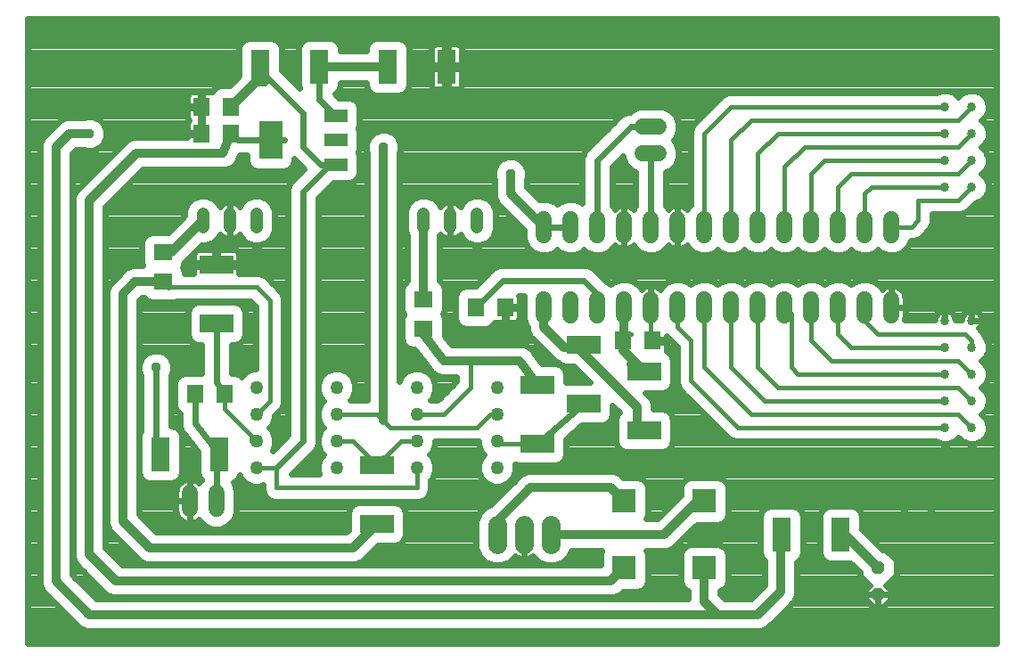
<source format=gbl>
G75*
%MOIN*%
%OFA0B0*%
%FSLAX25Y25*%
%IPPOS*%
%LPD*%
%AMOC8*
5,1,8,0,0,1.08239X$1,22.5*
%
%ADD10R,0.06299X0.07087*%
%ADD11R,0.07087X0.06299*%
%ADD12R,0.08800X0.04800*%
%ADD13R,0.08661X0.14173*%
%ADD14C,0.05000*%
%ADD15C,0.06000*%
%ADD16OC8,0.04800*%
%ADD17R,0.12598X0.07087*%
%ADD18C,0.04800*%
%ADD19R,0.07087X0.12598*%
%ADD20R,0.08858X0.08858*%
%ADD21C,0.07087*%
%ADD22C,0.03369*%
%ADD23C,0.02400*%
%ADD24C,0.01600*%
%ADD25C,0.03762*%
%ADD26C,0.03200*%
D10*
X0069188Y0099700D03*
X0080212Y0099700D03*
X0174188Y0132200D03*
X0185212Y0132200D03*
X0229188Y0119700D03*
X0240212Y0119700D03*
X0082712Y0197200D03*
X0071688Y0197200D03*
X0071688Y0207200D03*
X0082712Y0207200D03*
D11*
X0057200Y0152712D03*
X0057200Y0141688D03*
X0154700Y0135212D03*
X0154700Y0124188D03*
D12*
X0121900Y0185600D03*
X0121900Y0194700D03*
X0121900Y0203800D03*
D13*
X0097499Y0194700D03*
D14*
X0092200Y0102200D03*
X0092200Y0092200D03*
X0092200Y0082200D03*
X0092200Y0072200D03*
X0122200Y0072200D03*
X0122200Y0082200D03*
X0122200Y0092200D03*
X0122200Y0102200D03*
X0152200Y0102200D03*
X0152200Y0092200D03*
X0152200Y0082200D03*
X0152200Y0072200D03*
X0182200Y0072200D03*
X0182200Y0082200D03*
X0182200Y0092200D03*
X0182200Y0102200D03*
D15*
X0199700Y0129200D02*
X0199700Y0135200D01*
X0209700Y0135200D02*
X0209700Y0129200D01*
X0219700Y0129200D02*
X0219700Y0135200D01*
X0229700Y0135200D02*
X0229700Y0129200D01*
X0239700Y0129200D02*
X0239700Y0135200D01*
X0249700Y0135200D02*
X0249700Y0129200D01*
X0259700Y0129200D02*
X0259700Y0135200D01*
X0269700Y0135200D02*
X0269700Y0129200D01*
X0279700Y0129200D02*
X0279700Y0135200D01*
X0289700Y0135200D02*
X0289700Y0129200D01*
X0299700Y0129200D02*
X0299700Y0135200D01*
X0309700Y0135200D02*
X0309700Y0129200D01*
X0319700Y0129200D02*
X0319700Y0135200D01*
X0329700Y0135200D02*
X0329700Y0129200D01*
X0329700Y0159200D02*
X0329700Y0165200D01*
X0319700Y0165200D02*
X0319700Y0159200D01*
X0309700Y0159200D02*
X0309700Y0165200D01*
X0299700Y0165200D02*
X0299700Y0159200D01*
X0289700Y0159200D02*
X0289700Y0165200D01*
X0279700Y0165200D02*
X0279700Y0159200D01*
X0269700Y0159200D02*
X0269700Y0165200D01*
X0259700Y0165200D02*
X0259700Y0159200D01*
X0249700Y0159200D02*
X0249700Y0165200D01*
X0239700Y0165200D02*
X0239700Y0159200D01*
X0229700Y0159200D02*
X0229700Y0165200D01*
X0219700Y0165200D02*
X0219700Y0159200D01*
X0209700Y0159200D02*
X0209700Y0165200D01*
X0199700Y0165200D02*
X0199700Y0159200D01*
X0236700Y0189700D02*
X0242700Y0189700D01*
X0242700Y0199700D02*
X0236700Y0199700D01*
X0077200Y0062700D02*
X0077200Y0056700D01*
X0067200Y0056700D02*
X0067200Y0062700D01*
D16*
X0324700Y0034700D03*
X0324700Y0024700D03*
D17*
X0237200Y0086176D03*
X0214700Y0096176D03*
X0197200Y0103224D03*
X0214700Y0118224D03*
X0237200Y0108224D03*
X0197200Y0081176D03*
X0137200Y0073224D03*
X0137200Y0051176D03*
X0077200Y0126176D03*
X0077200Y0148224D03*
D18*
X0072200Y0162300D02*
X0072200Y0167100D01*
X0082200Y0167100D02*
X0082200Y0162300D01*
X0092200Y0162300D02*
X0092200Y0167100D01*
X0154700Y0167100D02*
X0154700Y0162300D01*
X0164700Y0162300D02*
X0164700Y0167100D01*
X0174700Y0167100D02*
X0174700Y0162300D01*
D19*
X0163224Y0222200D03*
X0141176Y0222200D03*
X0115724Y0222200D03*
X0093676Y0222200D03*
X0078224Y0077200D03*
X0056176Y0077200D03*
X0288676Y0047200D03*
X0310724Y0047200D03*
D20*
X0259700Y0034700D03*
X0229700Y0034700D03*
X0229700Y0059700D03*
X0259700Y0059700D03*
D21*
X0202200Y0050743D02*
X0202200Y0043657D01*
X0192200Y0043657D02*
X0192200Y0050743D01*
X0182200Y0050743D02*
X0182200Y0043657D01*
D22*
X0349700Y0087200D03*
X0359700Y0087200D03*
X0359700Y0097200D03*
X0349700Y0097200D03*
X0349700Y0107200D03*
X0359700Y0107200D03*
X0359700Y0117200D03*
X0349700Y0117200D03*
X0349700Y0127200D03*
X0359700Y0127200D03*
X0359700Y0177200D03*
X0349700Y0177200D03*
X0349700Y0187200D03*
X0359700Y0187200D03*
X0359700Y0197200D03*
X0349700Y0197200D03*
X0349700Y0207200D03*
X0359700Y0207200D03*
D23*
X0006600Y0240261D02*
X0006600Y0006600D01*
X0369001Y0006600D01*
X0369001Y0240261D01*
X0006600Y0240261D01*
X0006600Y0239653D02*
X0369001Y0239653D01*
X0369001Y0237254D02*
X0006600Y0237254D01*
X0006600Y0234856D02*
X0369001Y0234856D01*
X0369001Y0232457D02*
X0146662Y0232457D01*
X0147212Y0232229D02*
X0145595Y0232899D01*
X0136758Y0232899D01*
X0135141Y0232229D01*
X0133903Y0230992D01*
X0133233Y0229374D01*
X0133233Y0228200D01*
X0123667Y0228200D01*
X0123667Y0229374D01*
X0122997Y0230992D01*
X0121759Y0232229D01*
X0120142Y0232899D01*
X0111305Y0232899D01*
X0109688Y0232229D01*
X0108450Y0230992D01*
X0107780Y0229374D01*
X0107780Y0215026D01*
X0108124Y0214195D01*
X0101620Y0220700D01*
X0101620Y0229374D01*
X0100950Y0230992D01*
X0099712Y0232229D01*
X0098095Y0232899D01*
X0089258Y0232899D01*
X0087641Y0232229D01*
X0086403Y0230992D01*
X0085733Y0229374D01*
X0085733Y0218707D01*
X0082170Y0215143D01*
X0078687Y0215143D01*
X0077070Y0214473D01*
X0075832Y0213236D01*
X0075653Y0212803D01*
X0075127Y0212943D01*
X0072063Y0212943D01*
X0072063Y0207575D01*
X0071313Y0207575D01*
X0071313Y0206825D01*
X0066339Y0206825D01*
X0066339Y0203367D01*
X0066489Y0202808D01*
X0066778Y0202306D01*
X0066884Y0202200D01*
X0066778Y0202094D01*
X0066489Y0201592D01*
X0066339Y0201033D01*
X0066339Y0197575D01*
X0071313Y0197575D01*
X0071313Y0196825D01*
X0066339Y0196825D01*
X0066339Y0195700D01*
X0046007Y0195700D01*
X0043801Y0194787D01*
X0024613Y0175599D01*
X0023700Y0173393D01*
X0023700Y0038507D01*
X0024613Y0036301D01*
X0034613Y0026301D01*
X0036301Y0024613D01*
X0038507Y0023700D01*
X0225893Y0023700D01*
X0228099Y0024613D01*
X0229356Y0025871D01*
X0235004Y0025871D01*
X0236622Y0026541D01*
X0237859Y0027778D01*
X0238529Y0029396D01*
X0238529Y0040004D01*
X0238034Y0041200D01*
X0245893Y0041200D01*
X0248099Y0042113D01*
X0256856Y0050871D01*
X0265004Y0050871D01*
X0266622Y0051541D01*
X0267859Y0052778D01*
X0268529Y0054396D01*
X0268529Y0065004D01*
X0267859Y0066622D01*
X0266622Y0067859D01*
X0265004Y0068529D01*
X0254396Y0068529D01*
X0252778Y0067859D01*
X0251541Y0066622D01*
X0250871Y0065004D01*
X0250871Y0061856D01*
X0242215Y0053200D01*
X0238034Y0053200D01*
X0238529Y0054396D01*
X0238529Y0065004D01*
X0237859Y0066622D01*
X0236622Y0067859D01*
X0235004Y0068529D01*
X0229356Y0068529D01*
X0228099Y0069787D01*
X0225893Y0070700D01*
X0193507Y0070700D01*
X0191301Y0069787D01*
X0179905Y0058391D01*
X0177700Y0057477D01*
X0175466Y0055243D01*
X0174257Y0052323D01*
X0174257Y0042077D01*
X0175466Y0039157D01*
X0177700Y0036923D01*
X0180620Y0035713D01*
X0183780Y0035713D01*
X0186700Y0036923D01*
X0188803Y0039026D01*
X0189190Y0038745D01*
X0189995Y0038334D01*
X0190855Y0038055D01*
X0191748Y0037913D01*
X0192200Y0037913D01*
X0192652Y0037913D01*
X0193545Y0038055D01*
X0194405Y0038334D01*
X0195210Y0038745D01*
X0195597Y0039026D01*
X0197700Y0036923D01*
X0200620Y0035713D01*
X0203780Y0035713D01*
X0206700Y0036923D01*
X0208934Y0039157D01*
X0209780Y0041200D01*
X0221366Y0041200D01*
X0220871Y0040004D01*
X0220871Y0035700D01*
X0042185Y0035700D01*
X0035700Y0042185D01*
X0035700Y0169715D01*
X0049685Y0183700D01*
X0078540Y0183700D01*
X0078572Y0183687D01*
X0079732Y0183700D01*
X0080893Y0183700D01*
X0080925Y0183713D01*
X0080958Y0183713D01*
X0082026Y0184169D01*
X0083099Y0184613D01*
X0083123Y0184637D01*
X0083154Y0184651D01*
X0083966Y0185481D01*
X0084787Y0186301D01*
X0084799Y0186332D01*
X0084823Y0186357D01*
X0085256Y0187434D01*
X0085700Y0188507D01*
X0085700Y0188540D01*
X0085925Y0189100D01*
X0088769Y0189100D01*
X0088769Y0186738D01*
X0089438Y0185121D01*
X0090676Y0183883D01*
X0092293Y0183213D01*
X0102705Y0183213D01*
X0104322Y0183883D01*
X0105560Y0185121D01*
X0106230Y0186738D01*
X0106230Y0187751D01*
X0106528Y0187453D01*
X0110080Y0183900D01*
X0106528Y0180347D01*
X0104953Y0178772D01*
X0104100Y0176714D01*
X0104100Y0084520D01*
X0098175Y0078595D01*
X0099100Y0080827D01*
X0099100Y0083572D01*
X0098050Y0086109D01*
X0096958Y0087200D01*
X0098050Y0088291D01*
X0099100Y0090827D01*
X0099100Y0091746D01*
X0100146Y0092792D01*
X0101608Y0094254D01*
X0102400Y0096166D01*
X0102400Y0135734D01*
X0101608Y0137646D01*
X0100146Y0139108D01*
X0095146Y0144108D01*
X0093234Y0144900D01*
X0085699Y0144900D01*
X0085699Y0147652D01*
X0077772Y0147652D01*
X0077772Y0148795D01*
X0085699Y0148795D01*
X0085699Y0152057D01*
X0085549Y0152616D01*
X0085260Y0153118D01*
X0084850Y0153527D01*
X0084348Y0153817D01*
X0083789Y0153967D01*
X0077772Y0153967D01*
X0077772Y0148795D01*
X0076628Y0148795D01*
X0076628Y0147652D01*
X0068701Y0147652D01*
X0068701Y0144900D01*
X0065143Y0144900D01*
X0065143Y0145713D01*
X0064527Y0147200D01*
X0065143Y0148687D01*
X0065143Y0149158D01*
X0071485Y0155500D01*
X0073553Y0155500D01*
X0076052Y0156535D01*
X0077965Y0158448D01*
X0078454Y0159630D01*
X0078691Y0159303D01*
X0079203Y0158791D01*
X0079789Y0158366D01*
X0080434Y0158037D01*
X0081123Y0157813D01*
X0081838Y0157700D01*
X0082200Y0157700D01*
X0082562Y0157700D01*
X0083277Y0157813D01*
X0083966Y0158037D01*
X0084611Y0158366D01*
X0085197Y0158791D01*
X0085709Y0159303D01*
X0085946Y0159630D01*
X0086435Y0158448D01*
X0088348Y0156535D01*
X0090847Y0155500D01*
X0093553Y0155500D01*
X0096052Y0156535D01*
X0097965Y0158448D01*
X0099000Y0160947D01*
X0099000Y0168453D01*
X0097965Y0170952D01*
X0096052Y0172865D01*
X0093553Y0173900D01*
X0090847Y0173900D01*
X0088348Y0172865D01*
X0086435Y0170952D01*
X0085946Y0169770D01*
X0085709Y0170097D01*
X0085197Y0170609D01*
X0084611Y0171034D01*
X0083966Y0171363D01*
X0083277Y0171587D01*
X0082562Y0171700D01*
X0082200Y0171700D01*
X0082200Y0164700D01*
X0082200Y0164700D01*
X0082200Y0171700D01*
X0081838Y0171700D01*
X0081123Y0171587D01*
X0080434Y0171363D01*
X0079789Y0171034D01*
X0079203Y0170609D01*
X0078691Y0170097D01*
X0078454Y0169770D01*
X0077965Y0170952D01*
X0076052Y0172865D01*
X0073553Y0173900D01*
X0070847Y0173900D01*
X0068348Y0172865D01*
X0066435Y0170952D01*
X0065400Y0168453D01*
X0065400Y0166385D01*
X0059276Y0160261D01*
X0052781Y0160261D01*
X0051164Y0159592D01*
X0049927Y0158354D01*
X0049257Y0156737D01*
X0049257Y0148687D01*
X0049670Y0147688D01*
X0045495Y0147688D01*
X0043289Y0146775D01*
X0041602Y0145087D01*
X0037113Y0140599D01*
X0036200Y0138393D01*
X0036200Y0051007D01*
X0037113Y0048801D01*
X0038801Y0047113D01*
X0048801Y0037113D01*
X0051007Y0036200D01*
X0129417Y0036200D01*
X0131622Y0037113D01*
X0133310Y0038801D01*
X0137742Y0043233D01*
X0144374Y0043233D01*
X0145992Y0043903D01*
X0147229Y0045141D01*
X0147899Y0046758D01*
X0147899Y0055595D01*
X0147229Y0057212D01*
X0145992Y0058450D01*
X0144374Y0059120D01*
X0130026Y0059120D01*
X0128408Y0058450D01*
X0127171Y0057212D01*
X0126501Y0055595D01*
X0126501Y0048962D01*
X0125738Y0048200D01*
X0054685Y0048200D01*
X0048200Y0054685D01*
X0048200Y0134715D01*
X0049173Y0135688D01*
X0050285Y0135688D01*
X0051164Y0134808D01*
X0052781Y0134139D01*
X0057981Y0134139D01*
X0058074Y0134100D01*
X0060302Y0134100D01*
X0060395Y0134139D01*
X0061619Y0134139D01*
X0062491Y0134500D01*
X0090046Y0134500D01*
X0092000Y0132546D01*
X0092000Y0109100D01*
X0090827Y0109100D01*
X0088291Y0108050D01*
X0086535Y0106293D01*
X0085854Y0106973D01*
X0084237Y0107643D01*
X0082800Y0107643D01*
X0082800Y0118233D01*
X0084374Y0118233D01*
X0085992Y0118903D01*
X0087229Y0120141D01*
X0087899Y0121758D01*
X0087899Y0130595D01*
X0087229Y0132212D01*
X0085992Y0133450D01*
X0084374Y0134120D01*
X0070026Y0134120D01*
X0068408Y0133450D01*
X0067171Y0132212D01*
X0066501Y0130595D01*
X0066501Y0121758D01*
X0067171Y0120141D01*
X0068408Y0118903D01*
X0070026Y0118233D01*
X0071600Y0118233D01*
X0071600Y0107643D01*
X0065163Y0107643D01*
X0063546Y0106973D01*
X0062308Y0105736D01*
X0061639Y0104119D01*
X0061639Y0095281D01*
X0062308Y0093664D01*
X0063546Y0092427D01*
X0063588Y0092409D01*
X0063588Y0089074D01*
X0063495Y0088305D01*
X0063588Y0087970D01*
X0063588Y0087622D01*
X0063885Y0086906D01*
X0064093Y0086159D01*
X0064307Y0085885D01*
X0064441Y0085563D01*
X0064989Y0085015D01*
X0070280Y0078260D01*
X0070280Y0070026D01*
X0070950Y0068408D01*
X0071600Y0067759D01*
X0071600Y0067565D01*
X0070927Y0066892D01*
X0070761Y0066493D01*
X0070588Y0066666D01*
X0069925Y0067147D01*
X0069196Y0067519D01*
X0068418Y0067772D01*
X0067609Y0067900D01*
X0067200Y0067900D01*
X0067200Y0059700D01*
X0067200Y0059700D01*
X0067200Y0051500D01*
X0067609Y0051500D01*
X0068418Y0051628D01*
X0069196Y0051881D01*
X0069925Y0052253D01*
X0070588Y0052734D01*
X0070761Y0052907D01*
X0070927Y0052508D01*
X0073008Y0050427D01*
X0075728Y0049300D01*
X0078672Y0049300D01*
X0081392Y0050427D01*
X0083473Y0052508D01*
X0084600Y0055228D01*
X0084600Y0064172D01*
X0083490Y0066852D01*
X0084259Y0067171D01*
X0085497Y0068408D01*
X0085900Y0069380D01*
X0086350Y0068291D01*
X0088291Y0066350D01*
X0090827Y0065300D01*
X0093572Y0065300D01*
X0094500Y0065684D01*
X0094500Y0063666D01*
X0095292Y0061754D01*
X0096754Y0060292D01*
X0098666Y0059500D01*
X0153234Y0059500D01*
X0155146Y0060292D01*
X0156608Y0061754D01*
X0157400Y0063666D01*
X0157400Y0067642D01*
X0158050Y0068291D01*
X0159100Y0070827D01*
X0159100Y0073572D01*
X0158050Y0076109D01*
X0156958Y0077200D01*
X0158050Y0078291D01*
X0159100Y0080827D01*
X0159100Y0082000D01*
X0175300Y0082000D01*
X0175300Y0080827D01*
X0176350Y0078291D01*
X0177442Y0077200D01*
X0176350Y0076109D01*
X0175300Y0073572D01*
X0175300Y0070827D01*
X0176350Y0068291D01*
X0178291Y0066350D01*
X0180827Y0065300D01*
X0183572Y0065300D01*
X0186109Y0066350D01*
X0188050Y0068291D01*
X0189100Y0070827D01*
X0189100Y0073572D01*
X0189078Y0073626D01*
X0190026Y0073233D01*
X0204374Y0073233D01*
X0205992Y0073903D01*
X0207229Y0075141D01*
X0207899Y0076758D01*
X0207899Y0082971D01*
X0214038Y0088233D01*
X0221874Y0088233D01*
X0223492Y0088903D01*
X0224729Y0090141D01*
X0225399Y0091758D01*
X0225399Y0095516D01*
X0227937Y0092978D01*
X0227171Y0092212D01*
X0226501Y0090595D01*
X0226501Y0081758D01*
X0227171Y0080141D01*
X0228408Y0078903D01*
X0230026Y0078233D01*
X0244374Y0078233D01*
X0245992Y0078903D01*
X0247229Y0080141D01*
X0247899Y0081758D01*
X0247899Y0090595D01*
X0247229Y0092212D01*
X0245992Y0093450D01*
X0244374Y0094120D01*
X0240700Y0094120D01*
X0240700Y0095893D01*
X0239787Y0098099D01*
X0238099Y0099787D01*
X0237605Y0100280D01*
X0244374Y0100280D01*
X0245992Y0100950D01*
X0247229Y0102188D01*
X0247899Y0103805D01*
X0247899Y0112642D01*
X0247229Y0114259D01*
X0245992Y0115497D01*
X0245515Y0115694D01*
X0245561Y0115867D01*
X0245561Y0119325D01*
X0240587Y0119325D01*
X0240587Y0120075D01*
X0245561Y0120075D01*
X0245561Y0121485D01*
X0249500Y0117546D01*
X0249500Y0103666D01*
X0250292Y0101754D01*
X0251754Y0100292D01*
X0251754Y0100292D01*
X0267792Y0084254D01*
X0269254Y0082792D01*
X0271166Y0082000D01*
X0346355Y0082000D01*
X0348490Y0081116D01*
X0350910Y0081116D01*
X0353146Y0082042D01*
X0354700Y0083596D01*
X0356254Y0082042D01*
X0358490Y0081116D01*
X0360910Y0081116D01*
X0363146Y0082042D01*
X0364858Y0083754D01*
X0365784Y0085990D01*
X0365784Y0088410D01*
X0364858Y0090646D01*
X0363304Y0092200D01*
X0364858Y0093754D01*
X0365784Y0095990D01*
X0365784Y0098410D01*
X0364858Y0100646D01*
X0363304Y0102200D01*
X0364858Y0103754D01*
X0365784Y0105990D01*
X0365784Y0108410D01*
X0364858Y0110646D01*
X0363304Y0112200D01*
X0364858Y0113754D01*
X0365784Y0115990D01*
X0365784Y0118410D01*
X0364900Y0120545D01*
X0364900Y0120734D01*
X0364108Y0122646D01*
X0362646Y0124108D01*
X0362374Y0124380D01*
X0362717Y0124724D01*
X0363142Y0125360D01*
X0363435Y0126067D01*
X0363584Y0126817D01*
X0363584Y0127200D01*
X0363584Y0127583D01*
X0363435Y0128333D01*
X0363142Y0129040D01*
X0362717Y0129676D01*
X0362176Y0130217D01*
X0361540Y0130642D01*
X0360833Y0130935D01*
X0360083Y0131084D01*
X0359700Y0131084D01*
X0359317Y0131084D01*
X0358567Y0130935D01*
X0357860Y0130642D01*
X0357224Y0130217D01*
X0356683Y0129676D01*
X0356258Y0129040D01*
X0355965Y0128333D01*
X0355816Y0127583D01*
X0355816Y0127400D01*
X0353584Y0127400D01*
X0353584Y0127583D01*
X0353435Y0128333D01*
X0353142Y0129040D01*
X0352717Y0129676D01*
X0352176Y0130217D01*
X0351540Y0130642D01*
X0350833Y0130935D01*
X0350083Y0131084D01*
X0349700Y0131084D01*
X0349317Y0131084D01*
X0348567Y0130935D01*
X0347860Y0130642D01*
X0347224Y0130217D01*
X0346683Y0129676D01*
X0346258Y0129040D01*
X0345965Y0128333D01*
X0345816Y0127583D01*
X0345816Y0127400D01*
X0334583Y0127400D01*
X0334772Y0127982D01*
X0334900Y0128791D01*
X0334900Y0132200D01*
X0334900Y0135609D01*
X0334772Y0136418D01*
X0334519Y0137196D01*
X0334147Y0137925D01*
X0333666Y0138588D01*
X0333088Y0139166D01*
X0332425Y0139647D01*
X0331696Y0140019D01*
X0330918Y0140272D01*
X0330109Y0140400D01*
X0329700Y0140400D01*
X0329700Y0132200D01*
X0329700Y0132200D01*
X0334900Y0132200D01*
X0329700Y0132200D01*
X0329700Y0132200D01*
X0329700Y0140400D01*
X0329291Y0140400D01*
X0328482Y0140272D01*
X0327704Y0140019D01*
X0326975Y0139647D01*
X0326312Y0139166D01*
X0326139Y0138993D01*
X0325973Y0139392D01*
X0323892Y0141473D01*
X0321172Y0142600D01*
X0318228Y0142600D01*
X0315508Y0141473D01*
X0314700Y0140665D01*
X0313892Y0141473D01*
X0311172Y0142600D01*
X0308228Y0142600D01*
X0305508Y0141473D01*
X0304700Y0140665D01*
X0303892Y0141473D01*
X0301172Y0142600D01*
X0298228Y0142600D01*
X0295508Y0141473D01*
X0294700Y0140665D01*
X0293892Y0141473D01*
X0291172Y0142600D01*
X0288228Y0142600D01*
X0285508Y0141473D01*
X0284700Y0140665D01*
X0283892Y0141473D01*
X0281172Y0142600D01*
X0278228Y0142600D01*
X0275508Y0141473D01*
X0274700Y0140665D01*
X0273892Y0141473D01*
X0271172Y0142600D01*
X0268228Y0142600D01*
X0265508Y0141473D01*
X0264700Y0140665D01*
X0263892Y0141473D01*
X0261172Y0142600D01*
X0258228Y0142600D01*
X0255508Y0141473D01*
X0254700Y0140665D01*
X0253892Y0141473D01*
X0251172Y0142600D01*
X0248228Y0142600D01*
X0245508Y0141473D01*
X0243427Y0139392D01*
X0243261Y0138993D01*
X0243088Y0139166D01*
X0242425Y0139647D01*
X0241696Y0140019D01*
X0240918Y0140272D01*
X0240109Y0140400D01*
X0239700Y0140400D01*
X0239700Y0132200D01*
X0239700Y0132200D01*
X0239700Y0140400D01*
X0239291Y0140400D01*
X0238482Y0140272D01*
X0237704Y0140019D01*
X0236975Y0139647D01*
X0236312Y0139166D01*
X0236139Y0138993D01*
X0235973Y0139392D01*
X0233892Y0141473D01*
X0231172Y0142600D01*
X0228228Y0142600D01*
X0225508Y0141473D01*
X0224700Y0140665D01*
X0223892Y0141473D01*
X0222960Y0141859D01*
X0222872Y0141947D01*
X0217872Y0146947D01*
X0215814Y0147800D01*
X0183074Y0147800D01*
X0181016Y0146947D01*
X0179441Y0145372D01*
X0174212Y0140143D01*
X0170163Y0140143D01*
X0168546Y0139473D01*
X0167308Y0138236D01*
X0166639Y0136619D01*
X0166639Y0127781D01*
X0167308Y0126164D01*
X0168546Y0124927D01*
X0170163Y0124257D01*
X0178213Y0124257D01*
X0179830Y0124927D01*
X0181068Y0126164D01*
X0181247Y0126597D01*
X0181773Y0126457D01*
X0184837Y0126457D01*
X0184837Y0131825D01*
X0185587Y0131825D01*
X0185587Y0132575D01*
X0190561Y0132575D01*
X0190561Y0136033D01*
X0190411Y0136592D01*
X0190407Y0136600D01*
X0192300Y0136600D01*
X0192300Y0127728D01*
X0193427Y0125008D01*
X0193700Y0124735D01*
X0193700Y0123507D01*
X0194613Y0121301D01*
X0202113Y0113801D01*
X0203801Y0112113D01*
X0205412Y0111446D01*
X0205908Y0110950D01*
X0207526Y0110280D01*
X0210634Y0110280D01*
X0216795Y0104120D01*
X0207899Y0104120D01*
X0207899Y0107642D01*
X0207229Y0109259D01*
X0205992Y0110497D01*
X0204374Y0111167D01*
X0198868Y0111167D01*
X0195999Y0115143D01*
X0195810Y0115599D01*
X0195307Y0116102D01*
X0194891Y0116678D01*
X0194471Y0116938D01*
X0194122Y0117287D01*
X0193465Y0117559D01*
X0192860Y0117932D01*
X0192373Y0118011D01*
X0191917Y0118200D01*
X0191206Y0118200D01*
X0190504Y0118314D01*
X0190024Y0118200D01*
X0165200Y0118200D01*
X0162643Y0121609D01*
X0162643Y0128213D01*
X0162027Y0129700D01*
X0162643Y0131187D01*
X0162643Y0139237D01*
X0161973Y0140854D01*
X0160736Y0142092D01*
X0160700Y0142106D01*
X0160700Y0159016D01*
X0160954Y0159630D01*
X0161191Y0159303D01*
X0161703Y0158791D01*
X0162289Y0158366D01*
X0162934Y0158037D01*
X0163623Y0157813D01*
X0164338Y0157700D01*
X0164700Y0157700D01*
X0165062Y0157700D01*
X0165777Y0157813D01*
X0166466Y0158037D01*
X0167111Y0158366D01*
X0167697Y0158791D01*
X0168209Y0159303D01*
X0168446Y0159630D01*
X0168935Y0158448D01*
X0170848Y0156535D01*
X0173347Y0155500D01*
X0176053Y0155500D01*
X0178552Y0156535D01*
X0180465Y0158448D01*
X0181500Y0160947D01*
X0181500Y0168453D01*
X0180465Y0170952D01*
X0178552Y0172865D01*
X0176053Y0173900D01*
X0173347Y0173900D01*
X0170848Y0172865D01*
X0168935Y0170952D01*
X0168446Y0169770D01*
X0168209Y0170097D01*
X0167697Y0170609D01*
X0167111Y0171034D01*
X0166466Y0171363D01*
X0165777Y0171587D01*
X0165062Y0171700D01*
X0164700Y0171700D01*
X0164700Y0164700D01*
X0164700Y0164700D01*
X0164700Y0171700D01*
X0164338Y0171700D01*
X0163623Y0171587D01*
X0162934Y0171363D01*
X0162289Y0171034D01*
X0161703Y0170609D01*
X0161191Y0170097D01*
X0160954Y0169770D01*
X0160465Y0170952D01*
X0158552Y0172865D01*
X0156053Y0173900D01*
X0153347Y0173900D01*
X0150848Y0172865D01*
X0148935Y0170952D01*
X0147900Y0168453D01*
X0147900Y0160947D01*
X0148700Y0159016D01*
X0148700Y0142106D01*
X0148664Y0142092D01*
X0147427Y0140854D01*
X0146757Y0139237D01*
X0146757Y0131187D01*
X0147373Y0129700D01*
X0146757Y0128213D01*
X0146757Y0120163D01*
X0147427Y0118546D01*
X0148664Y0117308D01*
X0150281Y0116639D01*
X0151371Y0116639D01*
X0156946Y0109205D01*
X0157113Y0108801D01*
X0157656Y0108259D01*
X0158116Y0107645D01*
X0158492Y0107423D01*
X0158801Y0107113D01*
X0159510Y0106820D01*
X0160170Y0106429D01*
X0160603Y0106367D01*
X0161007Y0106200D01*
X0161774Y0106200D01*
X0162533Y0106092D01*
X0162956Y0106200D01*
X0167000Y0106200D01*
X0167000Y0104354D01*
X0160046Y0097400D01*
X0157158Y0097400D01*
X0158050Y0098291D01*
X0159100Y0100827D01*
X0159100Y0103572D01*
X0158050Y0106109D01*
X0156109Y0108050D01*
X0153572Y0109100D01*
X0150827Y0109100D01*
X0148291Y0108050D01*
X0146350Y0106109D01*
X0145700Y0104538D01*
X0145700Y0190272D01*
X0145981Y0190951D01*
X0145981Y0193449D01*
X0145025Y0195758D01*
X0143258Y0197525D01*
X0140949Y0198481D01*
X0138451Y0198481D01*
X0136142Y0197525D01*
X0134375Y0195758D01*
X0133419Y0193449D01*
X0133419Y0190951D01*
X0133700Y0190272D01*
X0133700Y0097400D01*
X0127158Y0097400D01*
X0128050Y0098291D01*
X0129100Y0100827D01*
X0129100Y0103572D01*
X0128050Y0106109D01*
X0126109Y0108050D01*
X0123572Y0109100D01*
X0120827Y0109100D01*
X0118291Y0108050D01*
X0116350Y0106109D01*
X0115300Y0103572D01*
X0115300Y0100827D01*
X0116350Y0098291D01*
X0117442Y0097200D01*
X0116350Y0096109D01*
X0115300Y0093572D01*
X0115300Y0090827D01*
X0116350Y0088291D01*
X0117442Y0087200D01*
X0116350Y0086109D01*
X0115300Y0083572D01*
X0115300Y0080827D01*
X0116350Y0078291D01*
X0117442Y0077200D01*
X0116350Y0076109D01*
X0115300Y0073572D01*
X0115300Y0070827D01*
X0115684Y0069900D01*
X0105320Y0069900D01*
X0112872Y0077453D01*
X0114447Y0079028D01*
X0115300Y0081086D01*
X0115300Y0173280D01*
X0120820Y0178800D01*
X0127175Y0178800D01*
X0128792Y0179470D01*
X0130030Y0180708D01*
X0130700Y0182325D01*
X0130700Y0188875D01*
X0130172Y0190150D01*
X0130700Y0191425D01*
X0130700Y0197975D01*
X0130172Y0199250D01*
X0130700Y0200525D01*
X0130700Y0207075D01*
X0130030Y0208692D01*
X0128792Y0209930D01*
X0127175Y0210600D01*
X0123020Y0210600D01*
X0121540Y0212080D01*
X0121759Y0212171D01*
X0122997Y0213408D01*
X0123667Y0215026D01*
X0123667Y0216200D01*
X0133233Y0216200D01*
X0133233Y0215026D01*
X0133903Y0213408D01*
X0135141Y0212171D01*
X0136758Y0211501D01*
X0145595Y0211501D01*
X0147212Y0212171D01*
X0148450Y0213408D01*
X0149120Y0215026D01*
X0149120Y0229374D01*
X0148450Y0230992D01*
X0147212Y0232229D01*
X0148836Y0230059D02*
X0158128Y0230059D01*
X0158329Y0230260D02*
X0157920Y0229850D01*
X0157630Y0229348D01*
X0157480Y0228789D01*
X0157480Y0222772D01*
X0162652Y0222772D01*
X0162652Y0230699D01*
X0159391Y0230699D01*
X0158831Y0230549D01*
X0158329Y0230260D01*
X0157480Y0227660D02*
X0149120Y0227660D01*
X0149120Y0225262D02*
X0157480Y0225262D01*
X0157480Y0222863D02*
X0149120Y0222863D01*
X0149120Y0220465D02*
X0157480Y0220465D01*
X0157480Y0221628D02*
X0157480Y0215611D01*
X0157630Y0215052D01*
X0157920Y0214550D01*
X0158329Y0214140D01*
X0158831Y0213851D01*
X0159391Y0213701D01*
X0162652Y0213701D01*
X0162652Y0221628D01*
X0163795Y0221628D01*
X0163795Y0213701D01*
X0167057Y0213701D01*
X0167616Y0213851D01*
X0168118Y0214140D01*
X0168527Y0214550D01*
X0168817Y0215052D01*
X0168967Y0215611D01*
X0168967Y0221628D01*
X0163795Y0221628D01*
X0163795Y0222772D01*
X0162652Y0222772D01*
X0162652Y0221628D01*
X0157480Y0221628D01*
X0157480Y0218066D02*
X0149120Y0218066D01*
X0149120Y0215668D02*
X0157480Y0215668D01*
X0162652Y0215668D02*
X0163795Y0215668D01*
X0163795Y0218066D02*
X0162652Y0218066D01*
X0162652Y0220465D02*
X0163795Y0220465D01*
X0163795Y0222772D02*
X0168967Y0222772D01*
X0168967Y0228789D01*
X0168817Y0229348D01*
X0168527Y0229850D01*
X0168118Y0230260D01*
X0167616Y0230549D01*
X0167057Y0230699D01*
X0163795Y0230699D01*
X0163795Y0222772D01*
X0163795Y0222863D02*
X0162652Y0222863D01*
X0162652Y0225262D02*
X0163795Y0225262D01*
X0163795Y0227660D02*
X0162652Y0227660D01*
X0162652Y0230059D02*
X0163795Y0230059D01*
X0168319Y0230059D02*
X0369001Y0230059D01*
X0369001Y0227660D02*
X0168967Y0227660D01*
X0168967Y0225262D02*
X0369001Y0225262D01*
X0369001Y0222863D02*
X0168967Y0222863D01*
X0168967Y0220465D02*
X0369001Y0220465D01*
X0369001Y0218066D02*
X0168967Y0218066D01*
X0168967Y0215668D02*
X0369001Y0215668D01*
X0369001Y0213269D02*
X0360947Y0213269D01*
X0360910Y0213284D02*
X0358490Y0213284D01*
X0356254Y0212358D01*
X0354700Y0210804D01*
X0353146Y0212358D01*
X0350910Y0213284D01*
X0348490Y0213284D01*
X0346355Y0212400D01*
X0268666Y0212400D01*
X0266754Y0211608D01*
X0256754Y0201608D01*
X0255292Y0200146D01*
X0254500Y0198234D01*
X0254500Y0170465D01*
X0253427Y0169392D01*
X0253261Y0168993D01*
X0253088Y0169166D01*
X0252425Y0169647D01*
X0251696Y0170019D01*
X0250918Y0170272D01*
X0250109Y0170400D01*
X0249700Y0170400D01*
X0249700Y0162200D01*
X0249700Y0162200D01*
X0249700Y0170400D01*
X0249291Y0170400D01*
X0248482Y0170272D01*
X0247704Y0170019D01*
X0246975Y0169647D01*
X0246312Y0169166D01*
X0246139Y0168993D01*
X0245973Y0169392D01*
X0245300Y0170065D01*
X0245300Y0182767D01*
X0246892Y0183427D01*
X0248973Y0185508D01*
X0250100Y0188228D01*
X0250100Y0191172D01*
X0248973Y0193892D01*
X0248165Y0194700D01*
X0248973Y0195508D01*
X0250100Y0198228D01*
X0250100Y0201172D01*
X0248973Y0203892D01*
X0246892Y0205973D01*
X0244172Y0207100D01*
X0235228Y0207100D01*
X0232508Y0205973D01*
X0231835Y0205300D01*
X0231086Y0205300D01*
X0229028Y0204447D01*
X0214953Y0190372D01*
X0214100Y0188314D01*
X0214100Y0171265D01*
X0213892Y0171473D01*
X0211172Y0172600D01*
X0208228Y0172600D01*
X0205508Y0171473D01*
X0204700Y0170665D01*
X0203892Y0171473D01*
X0201172Y0172600D01*
X0198228Y0172600D01*
X0197915Y0172470D01*
X0193200Y0177185D01*
X0193200Y0180272D01*
X0193481Y0180951D01*
X0193481Y0183449D01*
X0192525Y0185758D01*
X0190758Y0187525D01*
X0188449Y0188481D01*
X0185951Y0188481D01*
X0183642Y0187525D01*
X0181875Y0185758D01*
X0180919Y0183449D01*
X0180919Y0180951D01*
X0181200Y0180272D01*
X0181200Y0173507D01*
X0182113Y0171301D01*
X0183801Y0169613D01*
X0192300Y0161115D01*
X0192300Y0157728D01*
X0193427Y0155008D01*
X0195508Y0152927D01*
X0198228Y0151800D01*
X0201172Y0151800D01*
X0203892Y0152927D01*
X0204700Y0153735D01*
X0205508Y0152927D01*
X0208228Y0151800D01*
X0211172Y0151800D01*
X0213892Y0152927D01*
X0214700Y0153735D01*
X0215508Y0152927D01*
X0218228Y0151800D01*
X0221172Y0151800D01*
X0223892Y0152927D01*
X0225973Y0155008D01*
X0226139Y0155407D01*
X0226312Y0155234D01*
X0226975Y0154753D01*
X0227704Y0154381D01*
X0228482Y0154128D01*
X0229291Y0154000D01*
X0229700Y0154000D01*
X0230109Y0154000D01*
X0230918Y0154128D01*
X0231696Y0154381D01*
X0232425Y0154753D01*
X0233088Y0155234D01*
X0233261Y0155407D01*
X0233427Y0155008D01*
X0235508Y0152927D01*
X0238228Y0151800D01*
X0241172Y0151800D01*
X0243892Y0152927D01*
X0245973Y0155008D01*
X0246139Y0155407D01*
X0246312Y0155234D01*
X0246975Y0154753D01*
X0247704Y0154381D01*
X0248482Y0154128D01*
X0249291Y0154000D01*
X0249700Y0154000D01*
X0250109Y0154000D01*
X0250918Y0154128D01*
X0251696Y0154381D01*
X0252425Y0154753D01*
X0253088Y0155234D01*
X0253261Y0155407D01*
X0253427Y0155008D01*
X0255508Y0152927D01*
X0258228Y0151800D01*
X0261172Y0151800D01*
X0263892Y0152927D01*
X0264700Y0153735D01*
X0265508Y0152927D01*
X0268228Y0151800D01*
X0271172Y0151800D01*
X0273892Y0152927D01*
X0274700Y0153735D01*
X0275508Y0152927D01*
X0278228Y0151800D01*
X0281172Y0151800D01*
X0283892Y0152927D01*
X0284700Y0153735D01*
X0285508Y0152927D01*
X0288228Y0151800D01*
X0291172Y0151800D01*
X0293892Y0152927D01*
X0294700Y0153735D01*
X0295508Y0152927D01*
X0298228Y0151800D01*
X0301172Y0151800D01*
X0303892Y0152927D01*
X0304700Y0153735D01*
X0305508Y0152927D01*
X0308228Y0151800D01*
X0311172Y0151800D01*
X0313892Y0152927D01*
X0314700Y0153735D01*
X0315508Y0152927D01*
X0318228Y0151800D01*
X0321172Y0151800D01*
X0323892Y0152927D01*
X0324700Y0153735D01*
X0325508Y0152927D01*
X0328228Y0151800D01*
X0331172Y0151800D01*
X0333892Y0152927D01*
X0335973Y0155008D01*
X0336798Y0157000D01*
X0338234Y0157000D01*
X0340146Y0157792D01*
X0342646Y0160292D01*
X0344108Y0161754D01*
X0344900Y0163666D01*
X0344900Y0167000D01*
X0355734Y0167000D01*
X0357646Y0167792D01*
X0361012Y0171158D01*
X0363146Y0172042D01*
X0364858Y0173754D01*
X0365784Y0175990D01*
X0365784Y0178410D01*
X0364858Y0180646D01*
X0363304Y0182200D01*
X0364858Y0183754D01*
X0365784Y0185990D01*
X0365784Y0188410D01*
X0364858Y0190646D01*
X0363304Y0192200D01*
X0364858Y0193754D01*
X0365784Y0195990D01*
X0365784Y0198410D01*
X0364858Y0200646D01*
X0363304Y0202200D01*
X0364858Y0203754D01*
X0365784Y0205990D01*
X0365784Y0208410D01*
X0364858Y0210646D01*
X0363146Y0212358D01*
X0360910Y0213284D01*
X0358453Y0213269D02*
X0350947Y0213269D01*
X0348453Y0213269D02*
X0148310Y0213269D01*
X0134042Y0213269D02*
X0122858Y0213269D01*
X0122749Y0210870D02*
X0266017Y0210870D01*
X0263618Y0208472D02*
X0130121Y0208472D01*
X0130700Y0206073D02*
X0232750Y0206073D01*
X0228255Y0203675D02*
X0130700Y0203675D01*
X0130700Y0201276D02*
X0225857Y0201276D01*
X0223458Y0198878D02*
X0130326Y0198878D01*
X0130700Y0196479D02*
X0135097Y0196479D01*
X0133680Y0194081D02*
X0130700Y0194081D01*
X0130700Y0191682D02*
X0133419Y0191682D01*
X0133700Y0189284D02*
X0130531Y0189284D01*
X0130700Y0186885D02*
X0133700Y0186885D01*
X0133700Y0184487D02*
X0130700Y0184487D01*
X0130602Y0182088D02*
X0133700Y0182088D01*
X0133700Y0179690D02*
X0129012Y0179690D01*
X0133700Y0177291D02*
X0119311Y0177291D01*
X0116912Y0174893D02*
X0133700Y0174893D01*
X0133700Y0172494D02*
X0115300Y0172494D01*
X0115300Y0170096D02*
X0133700Y0170096D01*
X0133700Y0167697D02*
X0115300Y0167697D01*
X0115300Y0165299D02*
X0133700Y0165299D01*
X0133700Y0162900D02*
X0115300Y0162900D01*
X0115300Y0160502D02*
X0133700Y0160502D01*
X0133700Y0158103D02*
X0115300Y0158103D01*
X0115300Y0155705D02*
X0133700Y0155705D01*
X0133700Y0153306D02*
X0115300Y0153306D01*
X0115300Y0150908D02*
X0133700Y0150908D01*
X0133700Y0148509D02*
X0115300Y0148509D01*
X0115300Y0146111D02*
X0133700Y0146111D01*
X0133700Y0143712D02*
X0115300Y0143712D01*
X0115300Y0141314D02*
X0133700Y0141314D01*
X0133700Y0138915D02*
X0115300Y0138915D01*
X0115300Y0136517D02*
X0133700Y0136517D01*
X0133700Y0134118D02*
X0115300Y0134118D01*
X0115300Y0131720D02*
X0133700Y0131720D01*
X0133700Y0129321D02*
X0115300Y0129321D01*
X0115300Y0126923D02*
X0133700Y0126923D01*
X0133700Y0124524D02*
X0115300Y0124524D01*
X0115300Y0122126D02*
X0133700Y0122126D01*
X0133700Y0119727D02*
X0115300Y0119727D01*
X0115300Y0117329D02*
X0133700Y0117329D01*
X0133700Y0114930D02*
X0115300Y0114930D01*
X0115300Y0112532D02*
X0133700Y0112532D01*
X0133700Y0110133D02*
X0115300Y0110133D01*
X0115300Y0107734D02*
X0117976Y0107734D01*
X0116030Y0105336D02*
X0115300Y0105336D01*
X0115300Y0102937D02*
X0115300Y0102937D01*
X0115300Y0100539D02*
X0115420Y0100539D01*
X0115300Y0098140D02*
X0116501Y0098140D01*
X0116199Y0095742D02*
X0115300Y0095742D01*
X0115300Y0093343D02*
X0115300Y0093343D01*
X0115300Y0090945D02*
X0115300Y0090945D01*
X0115300Y0088546D02*
X0116245Y0088546D01*
X0116390Y0086148D02*
X0115300Y0086148D01*
X0115300Y0083749D02*
X0115373Y0083749D01*
X0115300Y0081351D02*
X0115300Y0081351D01*
X0116077Y0078952D02*
X0114372Y0078952D01*
X0111973Y0076554D02*
X0116796Y0076554D01*
X0115541Y0074155D02*
X0109575Y0074155D01*
X0107176Y0071757D02*
X0115300Y0071757D01*
X0109700Y0082200D02*
X0109700Y0175600D01*
X0119700Y0185600D01*
X0116300Y0185600D01*
X0109700Y0192200D01*
X0109700Y0204700D01*
X0094188Y0220212D01*
X0095212Y0216235D01*
X0091747Y0216235D01*
X0094188Y0220212D02*
X0093676Y0222200D01*
X0085733Y0222863D02*
X0006600Y0222863D01*
X0006600Y0220465D02*
X0085733Y0220465D01*
X0085093Y0218066D02*
X0006600Y0218066D01*
X0006600Y0215668D02*
X0082694Y0215668D01*
X0075865Y0213269D02*
X0006600Y0213269D01*
X0006600Y0210870D02*
X0066339Y0210870D01*
X0066339Y0211033D02*
X0066339Y0207575D01*
X0071313Y0207575D01*
X0071313Y0212943D01*
X0068249Y0212943D01*
X0067689Y0212793D01*
X0067188Y0212504D01*
X0066778Y0212094D01*
X0066489Y0211592D01*
X0066339Y0211033D01*
X0066339Y0208472D02*
X0006600Y0208472D01*
X0006600Y0206073D02*
X0066339Y0206073D01*
X0066339Y0203675D02*
X0006600Y0203675D01*
X0006600Y0201276D02*
X0017791Y0201276D01*
X0017113Y0200599D02*
X0012113Y0195599D01*
X0011200Y0193393D01*
X0011200Y0028507D01*
X0012113Y0026301D01*
X0026301Y0012113D01*
X0028507Y0011200D01*
X0280893Y0011200D01*
X0283099Y0012113D01*
X0284787Y0013801D01*
X0293310Y0022325D01*
X0294224Y0024530D01*
X0294224Y0036968D01*
X0294712Y0037171D01*
X0295950Y0038408D01*
X0296620Y0040026D01*
X0296620Y0054374D01*
X0295950Y0055992D01*
X0294712Y0057229D01*
X0293095Y0057899D01*
X0284258Y0057899D01*
X0282641Y0057229D01*
X0281403Y0055992D01*
X0280733Y0054374D01*
X0280733Y0040026D01*
X0281403Y0038408D01*
X0282224Y0037588D01*
X0282224Y0028209D01*
X0277215Y0023200D01*
X0267185Y0023200D01*
X0265700Y0024685D01*
X0265700Y0026159D01*
X0266622Y0026541D01*
X0267859Y0027778D01*
X0268529Y0029396D01*
X0268529Y0040004D01*
X0267859Y0041622D01*
X0266622Y0042859D01*
X0265004Y0043529D01*
X0254396Y0043529D01*
X0252778Y0042859D01*
X0251541Y0041622D01*
X0250871Y0040004D01*
X0250871Y0029396D01*
X0251541Y0027778D01*
X0252778Y0026541D01*
X0253700Y0026159D01*
X0253700Y0023200D01*
X0032185Y0023200D01*
X0023200Y0032185D01*
X0023200Y0189715D01*
X0024685Y0191200D01*
X0027772Y0191200D01*
X0028451Y0190919D01*
X0030949Y0190919D01*
X0033258Y0191875D01*
X0035025Y0193642D01*
X0035981Y0195951D01*
X0035981Y0198449D01*
X0035025Y0200758D01*
X0033258Y0202525D01*
X0030949Y0203481D01*
X0028451Y0203481D01*
X0027772Y0203200D01*
X0021007Y0203200D01*
X0018801Y0202287D01*
X0017113Y0200599D01*
X0015393Y0198878D02*
X0006600Y0198878D01*
X0006600Y0196479D02*
X0012994Y0196479D01*
X0011485Y0194081D02*
X0006600Y0194081D01*
X0006600Y0191682D02*
X0011200Y0191682D01*
X0011200Y0189284D02*
X0006600Y0189284D01*
X0006600Y0186885D02*
X0011200Y0186885D01*
X0011200Y0184487D02*
X0006600Y0184487D01*
X0006600Y0182088D02*
X0011200Y0182088D01*
X0011200Y0179690D02*
X0006600Y0179690D01*
X0006600Y0177291D02*
X0011200Y0177291D01*
X0011200Y0174893D02*
X0006600Y0174893D01*
X0006600Y0172494D02*
X0011200Y0172494D01*
X0011200Y0170096D02*
X0006600Y0170096D01*
X0006600Y0167697D02*
X0011200Y0167697D01*
X0011200Y0165299D02*
X0006600Y0165299D01*
X0006600Y0162900D02*
X0011200Y0162900D01*
X0011200Y0160502D02*
X0006600Y0160502D01*
X0006600Y0158103D02*
X0011200Y0158103D01*
X0011200Y0155705D02*
X0006600Y0155705D01*
X0006600Y0153306D02*
X0011200Y0153306D01*
X0011200Y0150908D02*
X0006600Y0150908D01*
X0006600Y0148509D02*
X0011200Y0148509D01*
X0011200Y0146111D02*
X0006600Y0146111D01*
X0006600Y0143712D02*
X0011200Y0143712D01*
X0011200Y0141314D02*
X0006600Y0141314D01*
X0006600Y0138915D02*
X0011200Y0138915D01*
X0011200Y0136517D02*
X0006600Y0136517D01*
X0006600Y0134118D02*
X0011200Y0134118D01*
X0011200Y0131720D02*
X0006600Y0131720D01*
X0006600Y0129321D02*
X0011200Y0129321D01*
X0011200Y0126923D02*
X0006600Y0126923D01*
X0006600Y0124524D02*
X0011200Y0124524D01*
X0011200Y0122126D02*
X0006600Y0122126D01*
X0006600Y0119727D02*
X0011200Y0119727D01*
X0011200Y0117329D02*
X0006600Y0117329D01*
X0006600Y0114930D02*
X0011200Y0114930D01*
X0011200Y0112532D02*
X0006600Y0112532D01*
X0006600Y0110133D02*
X0011200Y0110133D01*
X0011200Y0107734D02*
X0006600Y0107734D01*
X0006600Y0105336D02*
X0011200Y0105336D01*
X0011200Y0102937D02*
X0006600Y0102937D01*
X0006600Y0100539D02*
X0011200Y0100539D01*
X0011200Y0098140D02*
X0006600Y0098140D01*
X0006600Y0095742D02*
X0011200Y0095742D01*
X0011200Y0093343D02*
X0006600Y0093343D01*
X0006600Y0090945D02*
X0011200Y0090945D01*
X0011200Y0088546D02*
X0006600Y0088546D01*
X0006600Y0086148D02*
X0011200Y0086148D01*
X0011200Y0083749D02*
X0006600Y0083749D01*
X0006600Y0081351D02*
X0011200Y0081351D01*
X0011200Y0078952D02*
X0006600Y0078952D01*
X0006600Y0076554D02*
X0011200Y0076554D01*
X0011200Y0074155D02*
X0006600Y0074155D01*
X0006600Y0071757D02*
X0011200Y0071757D01*
X0011200Y0069358D02*
X0006600Y0069358D01*
X0006600Y0066960D02*
X0011200Y0066960D01*
X0011200Y0064561D02*
X0006600Y0064561D01*
X0006600Y0062163D02*
X0011200Y0062163D01*
X0011200Y0059764D02*
X0006600Y0059764D01*
X0006600Y0057366D02*
X0011200Y0057366D01*
X0011200Y0054967D02*
X0006600Y0054967D01*
X0006600Y0052569D02*
X0011200Y0052569D01*
X0011200Y0050170D02*
X0006600Y0050170D01*
X0006600Y0047772D02*
X0011200Y0047772D01*
X0011200Y0045373D02*
X0006600Y0045373D01*
X0006600Y0042975D02*
X0011200Y0042975D01*
X0011200Y0040576D02*
X0006600Y0040576D01*
X0006600Y0038178D02*
X0011200Y0038178D01*
X0011200Y0035779D02*
X0006600Y0035779D01*
X0006600Y0033381D02*
X0011200Y0033381D01*
X0011200Y0030982D02*
X0006600Y0030982D01*
X0006600Y0028584D02*
X0011200Y0028584D01*
X0012230Y0026185D02*
X0006600Y0026185D01*
X0006600Y0023787D02*
X0014628Y0023787D01*
X0017027Y0021388D02*
X0006600Y0021388D01*
X0006600Y0018990D02*
X0019425Y0018990D01*
X0021824Y0016591D02*
X0006600Y0016591D01*
X0006600Y0014193D02*
X0024222Y0014193D01*
X0027072Y0011794D02*
X0006600Y0011794D01*
X0006600Y0009396D02*
X0369001Y0009396D01*
X0369001Y0011794D02*
X0282328Y0011794D01*
X0285178Y0014193D02*
X0369001Y0014193D01*
X0369001Y0016591D02*
X0287576Y0016591D01*
X0289975Y0018990D02*
X0369001Y0018990D01*
X0369001Y0021388D02*
X0327893Y0021388D01*
X0326605Y0020100D02*
X0329300Y0022795D01*
X0329300Y0024700D01*
X0329300Y0026605D01*
X0327761Y0028144D01*
X0331500Y0031883D01*
X0331500Y0037517D01*
X0327517Y0041500D01*
X0326385Y0041500D01*
X0318667Y0049218D01*
X0318667Y0054374D01*
X0317997Y0055992D01*
X0316759Y0057229D01*
X0315142Y0057899D01*
X0306305Y0057899D01*
X0304688Y0057229D01*
X0303450Y0055992D01*
X0302780Y0054374D01*
X0302780Y0040026D01*
X0303450Y0038408D01*
X0304688Y0037171D01*
X0306305Y0036501D01*
X0314414Y0036501D01*
X0317900Y0033015D01*
X0317900Y0031883D01*
X0321639Y0028144D01*
X0320100Y0026605D01*
X0320100Y0024700D01*
X0324700Y0024700D01*
X0329300Y0024700D01*
X0324700Y0024700D01*
X0324700Y0024700D01*
X0324700Y0020100D01*
X0326605Y0020100D01*
X0324700Y0020100D02*
X0324700Y0024700D01*
X0324700Y0024700D01*
X0324700Y0024700D01*
X0320100Y0024700D01*
X0320100Y0022795D01*
X0322795Y0020100D01*
X0324700Y0020100D01*
X0324700Y0021388D02*
X0324700Y0021388D01*
X0324700Y0023787D02*
X0324700Y0023787D01*
X0321507Y0021388D02*
X0292373Y0021388D01*
X0293916Y0023787D02*
X0320100Y0023787D01*
X0320100Y0026185D02*
X0294224Y0026185D01*
X0294224Y0028584D02*
X0321200Y0028584D01*
X0318801Y0030982D02*
X0294224Y0030982D01*
X0294224Y0033381D02*
X0317534Y0033381D01*
X0315136Y0035779D02*
X0294224Y0035779D01*
X0295719Y0038178D02*
X0303681Y0038178D01*
X0302780Y0040576D02*
X0296620Y0040576D01*
X0296620Y0042975D02*
X0302780Y0042975D01*
X0302780Y0045373D02*
X0296620Y0045373D01*
X0296620Y0047772D02*
X0302780Y0047772D01*
X0302780Y0050170D02*
X0296620Y0050170D01*
X0296620Y0052569D02*
X0302780Y0052569D01*
X0303026Y0054967D02*
X0296374Y0054967D01*
X0294383Y0057366D02*
X0305017Y0057366D01*
X0316430Y0057366D02*
X0369001Y0057366D01*
X0369001Y0059764D02*
X0268529Y0059764D01*
X0268529Y0057366D02*
X0282970Y0057366D01*
X0280979Y0054967D02*
X0268529Y0054967D01*
X0267650Y0052569D02*
X0280733Y0052569D01*
X0280733Y0050170D02*
X0256155Y0050170D01*
X0253757Y0047772D02*
X0280733Y0047772D01*
X0280733Y0045373D02*
X0251358Y0045373D01*
X0253057Y0042975D02*
X0248960Y0042975D01*
X0251108Y0040576D02*
X0238292Y0040576D01*
X0238529Y0038178D02*
X0250871Y0038178D01*
X0250871Y0035779D02*
X0238529Y0035779D01*
X0238529Y0033381D02*
X0250871Y0033381D01*
X0250871Y0030982D02*
X0238529Y0030982D01*
X0238193Y0028584D02*
X0251207Y0028584D01*
X0253637Y0026185D02*
X0235763Y0026185D01*
X0226103Y0023787D02*
X0253700Y0023787D01*
X0265763Y0026185D02*
X0280200Y0026185D01*
X0282224Y0028584D02*
X0268193Y0028584D01*
X0268529Y0030982D02*
X0282224Y0030982D01*
X0282224Y0033381D02*
X0268529Y0033381D01*
X0268529Y0035779D02*
X0282224Y0035779D01*
X0281634Y0038178D02*
X0268529Y0038178D01*
X0268292Y0040576D02*
X0280733Y0040576D01*
X0280733Y0042975D02*
X0266343Y0042975D01*
X0288224Y0045724D02*
X0289700Y0047200D01*
X0288676Y0047200D01*
X0288676Y0051176D01*
X0289700Y0049700D01*
X0268529Y0062163D02*
X0369001Y0062163D01*
X0369001Y0064561D02*
X0268529Y0064561D01*
X0267521Y0066960D02*
X0369001Y0066960D01*
X0369001Y0069358D02*
X0228527Y0069358D01*
X0237521Y0066960D02*
X0251879Y0066960D01*
X0250871Y0064561D02*
X0238529Y0064561D01*
X0238529Y0062163D02*
X0250871Y0062163D01*
X0248779Y0059764D02*
X0238529Y0059764D01*
X0238529Y0057366D02*
X0246380Y0057366D01*
X0243982Y0054967D02*
X0238529Y0054967D01*
X0221108Y0040576D02*
X0209522Y0040576D01*
X0207955Y0038178D02*
X0220871Y0038178D01*
X0220871Y0035779D02*
X0203939Y0035779D01*
X0200461Y0035779D02*
X0183939Y0035779D01*
X0180461Y0035779D02*
X0042106Y0035779D01*
X0039708Y0038178D02*
X0047737Y0038178D01*
X0045339Y0040576D02*
X0037309Y0040576D01*
X0035700Y0042975D02*
X0042940Y0042975D01*
X0040542Y0045373D02*
X0035700Y0045373D01*
X0035700Y0047772D02*
X0038143Y0047772D01*
X0036546Y0050170D02*
X0035700Y0050170D01*
X0035700Y0052569D02*
X0036200Y0052569D01*
X0036200Y0054967D02*
X0035700Y0054967D01*
X0035700Y0057366D02*
X0036200Y0057366D01*
X0036200Y0059764D02*
X0035700Y0059764D01*
X0035700Y0062163D02*
X0036200Y0062163D01*
X0036200Y0064561D02*
X0035700Y0064561D01*
X0035700Y0066960D02*
X0036200Y0066960D01*
X0036200Y0069358D02*
X0035700Y0069358D01*
X0035700Y0071757D02*
X0036200Y0071757D01*
X0036200Y0074155D02*
X0035700Y0074155D01*
X0035700Y0076554D02*
X0036200Y0076554D01*
X0036200Y0078952D02*
X0035700Y0078952D01*
X0035700Y0081351D02*
X0036200Y0081351D01*
X0036200Y0083749D02*
X0035700Y0083749D01*
X0035700Y0086148D02*
X0036200Y0086148D01*
X0036200Y0088546D02*
X0035700Y0088546D01*
X0035700Y0090945D02*
X0036200Y0090945D01*
X0036200Y0093343D02*
X0035700Y0093343D01*
X0035700Y0095742D02*
X0036200Y0095742D01*
X0036200Y0098140D02*
X0035700Y0098140D01*
X0035700Y0100539D02*
X0036200Y0100539D01*
X0036200Y0102937D02*
X0035700Y0102937D01*
X0035700Y0105336D02*
X0036200Y0105336D01*
X0036200Y0107734D02*
X0035700Y0107734D01*
X0035700Y0110133D02*
X0036200Y0110133D01*
X0036200Y0112532D02*
X0035700Y0112532D01*
X0035700Y0114930D02*
X0036200Y0114930D01*
X0036200Y0117329D02*
X0035700Y0117329D01*
X0035700Y0119727D02*
X0036200Y0119727D01*
X0036200Y0122126D02*
X0035700Y0122126D01*
X0035700Y0124524D02*
X0036200Y0124524D01*
X0036200Y0126923D02*
X0035700Y0126923D01*
X0035700Y0129321D02*
X0036200Y0129321D01*
X0036200Y0131720D02*
X0035700Y0131720D01*
X0035700Y0134118D02*
X0036200Y0134118D01*
X0036200Y0136517D02*
X0035700Y0136517D01*
X0035700Y0138915D02*
X0036416Y0138915D01*
X0035700Y0141314D02*
X0037828Y0141314D01*
X0035700Y0143712D02*
X0040227Y0143712D01*
X0042625Y0146111D02*
X0035700Y0146111D01*
X0035700Y0148509D02*
X0049330Y0148509D01*
X0049257Y0150908D02*
X0035700Y0150908D01*
X0035700Y0153306D02*
X0049257Y0153306D01*
X0049257Y0155705D02*
X0035700Y0155705D01*
X0035700Y0158103D02*
X0049823Y0158103D01*
X0059516Y0160502D02*
X0035700Y0160502D01*
X0035700Y0162900D02*
X0061915Y0162900D01*
X0064314Y0165299D02*
X0035700Y0165299D01*
X0035700Y0167697D02*
X0065400Y0167697D01*
X0066081Y0170096D02*
X0036081Y0170096D01*
X0038480Y0172494D02*
X0067978Y0172494D01*
X0076422Y0172494D02*
X0087978Y0172494D01*
X0086081Y0170096D02*
X0085709Y0170096D01*
X0082200Y0170096D02*
X0082200Y0170096D01*
X0082200Y0167697D02*
X0082200Y0167697D01*
X0082200Y0165299D02*
X0082200Y0165299D01*
X0082200Y0164700D02*
X0082200Y0157700D01*
X0082200Y0164700D01*
X0082200Y0164700D01*
X0082200Y0162900D02*
X0082200Y0162900D01*
X0082200Y0160502D02*
X0082200Y0160502D01*
X0082200Y0158103D02*
X0082200Y0158103D01*
X0084096Y0158103D02*
X0086780Y0158103D01*
X0090353Y0155705D02*
X0074047Y0155705D01*
X0076628Y0153967D02*
X0070611Y0153967D01*
X0070052Y0153817D01*
X0069550Y0153527D01*
X0069140Y0153118D01*
X0068851Y0152616D01*
X0068701Y0152057D01*
X0068701Y0148795D01*
X0076628Y0148795D01*
X0076628Y0153967D01*
X0076628Y0153306D02*
X0077772Y0153306D01*
X0077772Y0150908D02*
X0076628Y0150908D01*
X0076628Y0148509D02*
X0065070Y0148509D01*
X0064979Y0146111D02*
X0068701Y0146111D01*
X0068701Y0150908D02*
X0066893Y0150908D01*
X0069291Y0153306D02*
X0069329Y0153306D01*
X0060212Y0152712D02*
X0057200Y0152712D01*
X0057200Y0141688D02*
X0059188Y0139700D01*
X0058031Y0134118D02*
X0048200Y0134118D01*
X0048200Y0131720D02*
X0066967Y0131720D01*
X0066501Y0129321D02*
X0048200Y0129321D01*
X0048200Y0126923D02*
X0066501Y0126923D01*
X0066501Y0124524D02*
X0048200Y0124524D01*
X0048200Y0122126D02*
X0066501Y0122126D01*
X0067584Y0119727D02*
X0048200Y0119727D01*
X0048200Y0117329D02*
X0071600Y0117329D01*
X0071600Y0114930D02*
X0058353Y0114930D01*
X0058258Y0115025D02*
X0055949Y0115981D01*
X0053451Y0115981D01*
X0051142Y0115025D01*
X0049375Y0113258D01*
X0048419Y0110949D01*
X0048419Y0108451D01*
X0049100Y0106806D01*
X0049100Y0086189D01*
X0048903Y0085992D01*
X0048233Y0084374D01*
X0048233Y0070026D01*
X0048903Y0068408D01*
X0050141Y0067171D01*
X0051758Y0066501D01*
X0060595Y0066501D01*
X0062212Y0067171D01*
X0063450Y0068408D01*
X0064120Y0070026D01*
X0064120Y0084374D01*
X0063450Y0085992D01*
X0062212Y0087229D01*
X0060595Y0087899D01*
X0060300Y0087899D01*
X0060300Y0106806D01*
X0060981Y0108451D01*
X0060981Y0110949D01*
X0060025Y0113258D01*
X0058258Y0115025D01*
X0060326Y0112532D02*
X0071600Y0112532D01*
X0071600Y0110133D02*
X0060981Y0110133D01*
X0060684Y0107734D02*
X0071600Y0107734D01*
X0077200Y0104188D02*
X0077200Y0126176D01*
X0070022Y0134118D02*
X0060346Y0134118D01*
X0077772Y0148509D02*
X0104100Y0148509D01*
X0104100Y0146111D02*
X0085699Y0146111D01*
X0085699Y0150908D02*
X0104100Y0150908D01*
X0104100Y0153306D02*
X0085071Y0153306D01*
X0080304Y0158103D02*
X0077620Y0158103D01*
X0078319Y0170096D02*
X0078691Y0170096D01*
X0096422Y0172494D02*
X0104100Y0172494D01*
X0104100Y0170096D02*
X0098319Y0170096D01*
X0099000Y0167697D02*
X0104100Y0167697D01*
X0104100Y0165299D02*
X0099000Y0165299D01*
X0099000Y0162900D02*
X0104100Y0162900D01*
X0104100Y0160502D02*
X0098815Y0160502D01*
X0097620Y0158103D02*
X0104100Y0158103D01*
X0104100Y0155705D02*
X0094047Y0155705D01*
X0095542Y0143712D02*
X0104100Y0143712D01*
X0104100Y0141314D02*
X0097940Y0141314D01*
X0100339Y0138915D02*
X0104100Y0138915D01*
X0104100Y0136517D02*
X0102076Y0136517D01*
X0102400Y0134118D02*
X0104100Y0134118D01*
X0104100Y0131720D02*
X0102400Y0131720D01*
X0102400Y0129321D02*
X0104100Y0129321D01*
X0104100Y0126923D02*
X0102400Y0126923D01*
X0102400Y0124524D02*
X0104100Y0124524D01*
X0104100Y0122126D02*
X0102400Y0122126D01*
X0102400Y0119727D02*
X0104100Y0119727D01*
X0104100Y0117329D02*
X0102400Y0117329D01*
X0102400Y0114930D02*
X0104100Y0114930D01*
X0104100Y0112532D02*
X0102400Y0112532D01*
X0102400Y0110133D02*
X0104100Y0110133D01*
X0104100Y0107734D02*
X0102400Y0107734D01*
X0102400Y0105336D02*
X0104100Y0105336D01*
X0104100Y0102937D02*
X0102400Y0102937D01*
X0102400Y0100539D02*
X0104100Y0100539D01*
X0104100Y0098140D02*
X0102400Y0098140D01*
X0102224Y0095742D02*
X0104100Y0095742D01*
X0104100Y0093343D02*
X0100697Y0093343D01*
X0099100Y0090945D02*
X0104100Y0090945D01*
X0104100Y0088546D02*
X0098155Y0088546D01*
X0098010Y0086148D02*
X0104100Y0086148D01*
X0103330Y0083749D02*
X0099027Y0083749D01*
X0099100Y0081351D02*
X0100931Y0081351D01*
X0098533Y0078952D02*
X0098323Y0078952D01*
X0099700Y0072200D02*
X0109700Y0082200D01*
X0085909Y0069358D02*
X0085891Y0069358D01*
X0087682Y0066960D02*
X0083750Y0066960D01*
X0084439Y0064561D02*
X0094500Y0064561D01*
X0095122Y0062163D02*
X0084600Y0062163D01*
X0084600Y0059764D02*
X0098028Y0059764D01*
X0084600Y0057366D02*
X0127324Y0057366D01*
X0126501Y0054967D02*
X0084492Y0054967D01*
X0083498Y0052569D02*
X0126501Y0052569D01*
X0126501Y0050170D02*
X0080773Y0050170D01*
X0073627Y0050170D02*
X0052715Y0050170D01*
X0050317Y0052569D02*
X0064039Y0052569D01*
X0063812Y0052734D02*
X0064475Y0052253D01*
X0065204Y0051881D01*
X0065982Y0051628D01*
X0066791Y0051500D01*
X0067200Y0051500D01*
X0067200Y0059700D01*
X0067200Y0059700D01*
X0067200Y0059700D01*
X0062000Y0059700D01*
X0062000Y0063109D01*
X0062128Y0063918D01*
X0062381Y0064696D01*
X0062753Y0065425D01*
X0063234Y0066088D01*
X0063812Y0066666D01*
X0064475Y0067147D01*
X0065204Y0067519D01*
X0065982Y0067772D01*
X0066791Y0067900D01*
X0067200Y0067900D01*
X0067200Y0059700D01*
X0062000Y0059700D01*
X0062000Y0056291D01*
X0062128Y0055482D01*
X0062381Y0054704D01*
X0062753Y0053975D01*
X0063234Y0053312D01*
X0063812Y0052734D01*
X0062295Y0054967D02*
X0048200Y0054967D01*
X0048200Y0057366D02*
X0062000Y0057366D01*
X0062000Y0059764D02*
X0048200Y0059764D01*
X0048200Y0062163D02*
X0062000Y0062163D01*
X0062337Y0064561D02*
X0048200Y0064561D01*
X0048200Y0066960D02*
X0050650Y0066960D01*
X0048509Y0069358D02*
X0048200Y0069358D01*
X0048200Y0071757D02*
X0048233Y0071757D01*
X0048200Y0074155D02*
X0048233Y0074155D01*
X0048200Y0076554D02*
X0048233Y0076554D01*
X0048200Y0078952D02*
X0048233Y0078952D01*
X0048200Y0081351D02*
X0048233Y0081351D01*
X0048200Y0083749D02*
X0048233Y0083749D01*
X0048200Y0086148D02*
X0049059Y0086148D01*
X0049100Y0088546D02*
X0048200Y0088546D01*
X0048200Y0090945D02*
X0049100Y0090945D01*
X0049100Y0093343D02*
X0048200Y0093343D01*
X0048200Y0095742D02*
X0049100Y0095742D01*
X0049100Y0098140D02*
X0048200Y0098140D01*
X0048200Y0100539D02*
X0049100Y0100539D01*
X0049100Y0102937D02*
X0048200Y0102937D01*
X0048200Y0105336D02*
X0049100Y0105336D01*
X0048716Y0107734D02*
X0048200Y0107734D01*
X0048200Y0110133D02*
X0048419Y0110133D01*
X0048200Y0112532D02*
X0049074Y0112532D01*
X0048200Y0114930D02*
X0051047Y0114930D01*
X0054700Y0109700D02*
X0054700Y0083676D01*
X0056176Y0077200D01*
X0064120Y0076554D02*
X0070280Y0076554D01*
X0070280Y0074155D02*
X0064120Y0074155D01*
X0064120Y0071757D02*
X0070280Y0071757D01*
X0070557Y0069358D02*
X0063843Y0069358D01*
X0064216Y0066960D02*
X0061703Y0066960D01*
X0067200Y0066960D02*
X0067200Y0066960D01*
X0067200Y0064561D02*
X0067200Y0064561D01*
X0067200Y0062163D02*
X0067200Y0062163D01*
X0067200Y0059764D02*
X0067200Y0059764D01*
X0067200Y0057366D02*
X0067200Y0057366D01*
X0067200Y0054967D02*
X0067200Y0054967D01*
X0067200Y0052569D02*
X0067200Y0052569D01*
X0070361Y0052569D02*
X0070902Y0052569D01*
X0077200Y0059700D02*
X0077200Y0076176D01*
X0078224Y0077200D01*
X0069188Y0088735D01*
X0069188Y0099700D01*
X0061639Y0100539D02*
X0060300Y0100539D01*
X0060300Y0102937D02*
X0061639Y0102937D01*
X0062143Y0105336D02*
X0060300Y0105336D01*
X0060300Y0098140D02*
X0061639Y0098140D01*
X0061639Y0095742D02*
X0060300Y0095742D01*
X0060300Y0093343D02*
X0062629Y0093343D01*
X0063588Y0090945D02*
X0060300Y0090945D01*
X0060300Y0088546D02*
X0063524Y0088546D01*
X0063294Y0086148D02*
X0064102Y0086148D01*
X0064120Y0083749D02*
X0065980Y0083749D01*
X0064120Y0081351D02*
X0067859Y0081351D01*
X0069738Y0078952D02*
X0064120Y0078952D01*
X0070184Y0066960D02*
X0070995Y0066960D01*
X0023700Y0066960D02*
X0023200Y0066960D01*
X0023200Y0069358D02*
X0023700Y0069358D01*
X0023700Y0071757D02*
X0023200Y0071757D01*
X0023200Y0074155D02*
X0023700Y0074155D01*
X0023700Y0076554D02*
X0023200Y0076554D01*
X0023200Y0078952D02*
X0023700Y0078952D01*
X0023700Y0081351D02*
X0023200Y0081351D01*
X0023200Y0083749D02*
X0023700Y0083749D01*
X0023700Y0086148D02*
X0023200Y0086148D01*
X0023200Y0088546D02*
X0023700Y0088546D01*
X0023700Y0090945D02*
X0023200Y0090945D01*
X0023200Y0093343D02*
X0023700Y0093343D01*
X0023700Y0095742D02*
X0023200Y0095742D01*
X0023200Y0098140D02*
X0023700Y0098140D01*
X0023700Y0100539D02*
X0023200Y0100539D01*
X0023200Y0102937D02*
X0023700Y0102937D01*
X0023700Y0105336D02*
X0023200Y0105336D01*
X0023200Y0107734D02*
X0023700Y0107734D01*
X0023700Y0110133D02*
X0023200Y0110133D01*
X0023200Y0112532D02*
X0023700Y0112532D01*
X0023700Y0114930D02*
X0023200Y0114930D01*
X0023200Y0117329D02*
X0023700Y0117329D01*
X0023700Y0119727D02*
X0023200Y0119727D01*
X0023200Y0122126D02*
X0023700Y0122126D01*
X0023700Y0124524D02*
X0023200Y0124524D01*
X0023200Y0126923D02*
X0023700Y0126923D01*
X0023700Y0129321D02*
X0023200Y0129321D01*
X0023200Y0131720D02*
X0023700Y0131720D01*
X0023700Y0134118D02*
X0023200Y0134118D01*
X0023200Y0136517D02*
X0023700Y0136517D01*
X0023700Y0138915D02*
X0023200Y0138915D01*
X0023200Y0141314D02*
X0023700Y0141314D01*
X0023700Y0143712D02*
X0023200Y0143712D01*
X0023200Y0146111D02*
X0023700Y0146111D01*
X0023700Y0148509D02*
X0023200Y0148509D01*
X0023200Y0150908D02*
X0023700Y0150908D01*
X0023700Y0153306D02*
X0023200Y0153306D01*
X0023200Y0155705D02*
X0023700Y0155705D01*
X0023700Y0158103D02*
X0023200Y0158103D01*
X0023200Y0160502D02*
X0023700Y0160502D01*
X0023700Y0162900D02*
X0023200Y0162900D01*
X0023200Y0165299D02*
X0023700Y0165299D01*
X0023700Y0167697D02*
X0023200Y0167697D01*
X0023200Y0170096D02*
X0023700Y0170096D01*
X0023700Y0172494D02*
X0023200Y0172494D01*
X0023200Y0174893D02*
X0024321Y0174893D01*
X0023200Y0177291D02*
X0026306Y0177291D01*
X0028705Y0179690D02*
X0023200Y0179690D01*
X0023200Y0182088D02*
X0031103Y0182088D01*
X0033502Y0184487D02*
X0023200Y0184487D01*
X0023200Y0186885D02*
X0035900Y0186885D01*
X0038299Y0189284D02*
X0023200Y0189284D01*
X0032793Y0191682D02*
X0040697Y0191682D01*
X0043096Y0194081D02*
X0035207Y0194081D01*
X0035981Y0196479D02*
X0066339Y0196479D01*
X0066339Y0198878D02*
X0035804Y0198878D01*
X0034506Y0201276D02*
X0066404Y0201276D01*
X0071313Y0201276D02*
X0072063Y0201276D01*
X0072063Y0201457D02*
X0072063Y0206825D01*
X0071313Y0206825D01*
X0071313Y0197575D01*
X0072063Y0197575D01*
X0072063Y0201457D01*
X0072063Y0203675D02*
X0071313Y0203675D01*
X0071313Y0206073D02*
X0072063Y0206073D01*
X0072063Y0208472D02*
X0071313Y0208472D01*
X0071313Y0210870D02*
X0072063Y0210870D01*
X0072063Y0198878D02*
X0071313Y0198878D01*
X0082712Y0197200D02*
X0085212Y0194700D01*
X0097499Y0194700D01*
X0102499Y0194700D01*
X0106528Y0187453D02*
X0106528Y0187453D01*
X0106230Y0186885D02*
X0107095Y0186885D01*
X0104926Y0184487D02*
X0109494Y0184487D01*
X0108269Y0182088D02*
X0048074Y0182088D01*
X0045675Y0179690D02*
X0105870Y0179690D01*
X0106528Y0180347D02*
X0106528Y0180347D01*
X0104339Y0177291D02*
X0043277Y0177291D01*
X0040878Y0174893D02*
X0104100Y0174893D01*
X0090072Y0184487D02*
X0082793Y0184487D01*
X0085035Y0186885D02*
X0088769Y0186885D01*
X0119700Y0185600D02*
X0121900Y0185600D01*
X0145700Y0184487D02*
X0181349Y0184487D01*
X0180919Y0182088D02*
X0145700Y0182088D01*
X0145700Y0179690D02*
X0181200Y0179690D01*
X0181200Y0177291D02*
X0145700Y0177291D01*
X0145700Y0174893D02*
X0181200Y0174893D01*
X0181619Y0172494D02*
X0178922Y0172494D01*
X0180819Y0170096D02*
X0183319Y0170096D01*
X0181500Y0167697D02*
X0185717Y0167697D01*
X0188116Y0165299D02*
X0181500Y0165299D01*
X0181500Y0162900D02*
X0190514Y0162900D01*
X0192300Y0160502D02*
X0181315Y0160502D01*
X0180120Y0158103D02*
X0192300Y0158103D01*
X0193138Y0155705D02*
X0176547Y0155705D01*
X0172853Y0155705D02*
X0160700Y0155705D01*
X0160700Y0158103D02*
X0162804Y0158103D01*
X0164700Y0158103D02*
X0164700Y0158103D01*
X0164700Y0157700D02*
X0164700Y0164700D01*
X0164700Y0164700D01*
X0164700Y0157700D01*
X0166596Y0158103D02*
X0169280Y0158103D01*
X0164700Y0160502D02*
X0164700Y0160502D01*
X0164700Y0162900D02*
X0164700Y0162900D01*
X0164700Y0165299D02*
X0164700Y0165299D01*
X0164700Y0167697D02*
X0164700Y0167697D01*
X0164700Y0170096D02*
X0164700Y0170096D01*
X0161191Y0170096D02*
X0160819Y0170096D01*
X0158922Y0172494D02*
X0170478Y0172494D01*
X0168581Y0170096D02*
X0168209Y0170096D01*
X0150478Y0172494D02*
X0145700Y0172494D01*
X0145700Y0170096D02*
X0148581Y0170096D01*
X0147900Y0167697D02*
X0145700Y0167697D01*
X0145700Y0165299D02*
X0147900Y0165299D01*
X0147900Y0162900D02*
X0145700Y0162900D01*
X0145700Y0160502D02*
X0148085Y0160502D01*
X0148700Y0158103D02*
X0145700Y0158103D01*
X0145700Y0155705D02*
X0148700Y0155705D01*
X0148700Y0153306D02*
X0145700Y0153306D01*
X0145700Y0150908D02*
X0148700Y0150908D01*
X0148700Y0148509D02*
X0145700Y0148509D01*
X0145700Y0146111D02*
X0148700Y0146111D01*
X0148700Y0143712D02*
X0145700Y0143712D01*
X0145700Y0141314D02*
X0147886Y0141314D01*
X0146757Y0138915D02*
X0145700Y0138915D01*
X0145700Y0136517D02*
X0146757Y0136517D01*
X0146757Y0134118D02*
X0145700Y0134118D01*
X0145700Y0131720D02*
X0146757Y0131720D01*
X0147216Y0129321D02*
X0145700Y0129321D01*
X0145700Y0126923D02*
X0146757Y0126923D01*
X0146757Y0124524D02*
X0145700Y0124524D01*
X0145700Y0122126D02*
X0146757Y0122126D01*
X0146937Y0119727D02*
X0145700Y0119727D01*
X0145700Y0117329D02*
X0148644Y0117329D01*
X0145700Y0114930D02*
X0152652Y0114930D01*
X0154451Y0112532D02*
X0145700Y0112532D01*
X0145700Y0110133D02*
X0156250Y0110133D01*
X0156424Y0107734D02*
X0158049Y0107734D01*
X0158370Y0105336D02*
X0167000Y0105336D01*
X0165584Y0102937D02*
X0159100Y0102937D01*
X0158980Y0100539D02*
X0163185Y0100539D01*
X0160787Y0098140D02*
X0157899Y0098140D01*
X0146030Y0105336D02*
X0145700Y0105336D01*
X0145700Y0107734D02*
X0147976Y0107734D01*
X0133700Y0107734D02*
X0126424Y0107734D01*
X0128370Y0105336D02*
X0133700Y0105336D01*
X0133700Y0102937D02*
X0129100Y0102937D01*
X0128980Y0100539D02*
X0133700Y0100539D01*
X0133700Y0098140D02*
X0127899Y0098140D01*
X0159100Y0081351D02*
X0175300Y0081351D01*
X0176077Y0078952D02*
X0158323Y0078952D01*
X0157604Y0076554D02*
X0176796Y0076554D01*
X0175541Y0074155D02*
X0158859Y0074155D01*
X0159100Y0071757D02*
X0175300Y0071757D01*
X0175909Y0069358D02*
X0158491Y0069358D01*
X0157400Y0066960D02*
X0177682Y0066960D01*
X0183678Y0062163D02*
X0156777Y0062163D01*
X0157400Y0064561D02*
X0186076Y0064561D01*
X0186718Y0066960D02*
X0188475Y0066960D01*
X0188491Y0069358D02*
X0190873Y0069358D01*
X0189100Y0071757D02*
X0369001Y0071757D01*
X0369001Y0074155D02*
X0206244Y0074155D01*
X0207815Y0076554D02*
X0369001Y0076554D01*
X0369001Y0078952D02*
X0246041Y0078952D01*
X0247731Y0081351D02*
X0347922Y0081351D01*
X0351478Y0081351D02*
X0357922Y0081351D01*
X0361478Y0081351D02*
X0369001Y0081351D01*
X0369001Y0083749D02*
X0364854Y0083749D01*
X0365784Y0086148D02*
X0369001Y0086148D01*
X0369001Y0088546D02*
X0365728Y0088546D01*
X0364559Y0090945D02*
X0369001Y0090945D01*
X0369001Y0093343D02*
X0364448Y0093343D01*
X0365682Y0095742D02*
X0369001Y0095742D01*
X0369001Y0098140D02*
X0365784Y0098140D01*
X0364902Y0100539D02*
X0369001Y0100539D01*
X0369001Y0102937D02*
X0364042Y0102937D01*
X0365513Y0105336D02*
X0369001Y0105336D01*
X0369001Y0107734D02*
X0365784Y0107734D01*
X0365071Y0110133D02*
X0369001Y0110133D01*
X0369001Y0112532D02*
X0363636Y0112532D01*
X0365345Y0114930D02*
X0369001Y0114930D01*
X0369001Y0117329D02*
X0365784Y0117329D01*
X0365239Y0119727D02*
X0369001Y0119727D01*
X0369001Y0122126D02*
X0364324Y0122126D01*
X0362517Y0124524D02*
X0369001Y0124524D01*
X0369001Y0126923D02*
X0363584Y0126923D01*
X0363584Y0127200D02*
X0359700Y0127200D01*
X0359700Y0127200D01*
X0359700Y0131084D01*
X0359700Y0127200D01*
X0363584Y0127200D01*
X0362954Y0129321D02*
X0369001Y0129321D01*
X0369001Y0131720D02*
X0334900Y0131720D01*
X0334900Y0134118D02*
X0369001Y0134118D01*
X0369001Y0136517D02*
X0334740Y0136517D01*
X0333339Y0138915D02*
X0369001Y0138915D01*
X0369001Y0141314D02*
X0324052Y0141314D01*
X0329700Y0138915D02*
X0329700Y0138915D01*
X0329700Y0136517D02*
X0329700Y0136517D01*
X0329700Y0134118D02*
X0329700Y0134118D01*
X0334900Y0129321D02*
X0346446Y0129321D01*
X0349700Y0129321D02*
X0349700Y0129321D01*
X0349700Y0131084D02*
X0349700Y0127400D01*
X0349700Y0127400D01*
X0349700Y0131084D01*
X0352954Y0129321D02*
X0356446Y0129321D01*
X0359700Y0129321D02*
X0359700Y0129321D01*
X0359700Y0127200D02*
X0359700Y0127200D01*
X0369001Y0143712D02*
X0221107Y0143712D01*
X0218709Y0146111D02*
X0369001Y0146111D01*
X0369001Y0148509D02*
X0160700Y0148509D01*
X0160700Y0146111D02*
X0180179Y0146111D01*
X0177781Y0143712D02*
X0160700Y0143712D01*
X0161514Y0141314D02*
X0175382Y0141314D01*
X0167988Y0138915D02*
X0162643Y0138915D01*
X0162643Y0136517D02*
X0166639Y0136517D01*
X0166639Y0134118D02*
X0162643Y0134118D01*
X0162643Y0131720D02*
X0166639Y0131720D01*
X0166639Y0129321D02*
X0162184Y0129321D01*
X0162643Y0126923D02*
X0166994Y0126923D01*
X0169518Y0124524D02*
X0162643Y0124524D01*
X0162643Y0122126D02*
X0194272Y0122126D01*
X0193700Y0124524D02*
X0178859Y0124524D01*
X0184837Y0126923D02*
X0185587Y0126923D01*
X0185587Y0126457D02*
X0188651Y0126457D01*
X0189211Y0126607D01*
X0189712Y0126896D01*
X0190122Y0127306D01*
X0190411Y0127808D01*
X0190561Y0128367D01*
X0190561Y0131825D01*
X0185587Y0131825D01*
X0185587Y0126457D01*
X0185587Y0129321D02*
X0184837Y0129321D01*
X0184837Y0131720D02*
X0185587Y0131720D01*
X0190561Y0131720D02*
X0192300Y0131720D01*
X0192300Y0134118D02*
X0190561Y0134118D01*
X0190432Y0136517D02*
X0192300Y0136517D01*
X0184188Y0142200D02*
X0214700Y0142200D01*
X0219700Y0137200D01*
X0219700Y0132200D01*
X0224052Y0141314D02*
X0225348Y0141314D01*
X0234052Y0141314D02*
X0245348Y0141314D01*
X0239700Y0138915D02*
X0239700Y0138915D01*
X0239700Y0136517D02*
X0239700Y0136517D01*
X0239700Y0134118D02*
X0239700Y0134118D01*
X0254052Y0141314D02*
X0255348Y0141314D01*
X0264052Y0141314D02*
X0265348Y0141314D01*
X0274052Y0141314D02*
X0275348Y0141314D01*
X0284052Y0141314D02*
X0285348Y0141314D01*
X0294052Y0141314D02*
X0295348Y0141314D01*
X0304052Y0141314D02*
X0305348Y0141314D01*
X0314052Y0141314D02*
X0315348Y0141314D01*
X0315129Y0153306D02*
X0314271Y0153306D01*
X0305129Y0153306D02*
X0304271Y0153306D01*
X0295129Y0153306D02*
X0294271Y0153306D01*
X0285129Y0153306D02*
X0284271Y0153306D01*
X0275129Y0153306D02*
X0274271Y0153306D01*
X0265129Y0153306D02*
X0264271Y0153306D01*
X0255129Y0153306D02*
X0244271Y0153306D01*
X0249700Y0154000D02*
X0249700Y0162200D01*
X0249700Y0154000D01*
X0249700Y0155705D02*
X0249700Y0155705D01*
X0249700Y0158103D02*
X0249700Y0158103D01*
X0249700Y0160502D02*
X0249700Y0160502D01*
X0249700Y0162200D02*
X0249700Y0162200D01*
X0249700Y0162900D02*
X0249700Y0162900D01*
X0249700Y0165299D02*
X0249700Y0165299D01*
X0249700Y0167697D02*
X0249700Y0167697D01*
X0249700Y0170096D02*
X0249700Y0170096D01*
X0251460Y0170096D02*
X0254131Y0170096D01*
X0254500Y0172494D02*
X0245300Y0172494D01*
X0245300Y0170096D02*
X0247940Y0170096D01*
X0245300Y0174893D02*
X0254500Y0174893D01*
X0254500Y0177291D02*
X0245300Y0177291D01*
X0245300Y0179690D02*
X0254500Y0179690D01*
X0254500Y0182088D02*
X0245300Y0182088D01*
X0247952Y0184487D02*
X0254500Y0184487D01*
X0254500Y0186885D02*
X0249544Y0186885D01*
X0250100Y0189284D02*
X0254500Y0189284D01*
X0254500Y0191682D02*
X0249889Y0191682D01*
X0248784Y0194081D02*
X0254500Y0194081D01*
X0254500Y0196479D02*
X0249376Y0196479D01*
X0250100Y0198878D02*
X0254767Y0198878D01*
X0256423Y0201276D02*
X0250057Y0201276D01*
X0249063Y0203675D02*
X0258821Y0203675D01*
X0261220Y0206073D02*
X0246650Y0206073D01*
X0239700Y0199700D02*
X0232200Y0199700D01*
X0219700Y0187200D01*
X0219700Y0162200D01*
X0209700Y0162200D02*
X0199700Y0162200D01*
X0204271Y0153306D02*
X0205129Y0153306D01*
X0214271Y0153306D02*
X0215129Y0153306D01*
X0224271Y0153306D02*
X0235129Y0153306D01*
X0229700Y0154000D02*
X0229700Y0162200D01*
X0229700Y0162200D01*
X0229700Y0170400D01*
X0230109Y0170400D01*
X0230918Y0170272D01*
X0231696Y0170019D01*
X0232425Y0169647D01*
X0233088Y0169166D01*
X0233261Y0168993D01*
X0233427Y0169392D01*
X0234100Y0170065D01*
X0234100Y0182767D01*
X0232508Y0183427D01*
X0230427Y0185508D01*
X0229300Y0188228D01*
X0229300Y0188880D01*
X0225300Y0184880D01*
X0225300Y0170065D01*
X0225973Y0169392D01*
X0226139Y0168993D01*
X0226312Y0169166D01*
X0226975Y0169647D01*
X0227704Y0170019D01*
X0228482Y0170272D01*
X0229291Y0170400D01*
X0229700Y0170400D01*
X0229700Y0162200D01*
X0229700Y0162200D01*
X0229700Y0154000D01*
X0229700Y0155705D02*
X0229700Y0155705D01*
X0229700Y0158103D02*
X0229700Y0158103D01*
X0229700Y0160502D02*
X0229700Y0160502D01*
X0229700Y0162900D02*
X0229700Y0162900D01*
X0229700Y0165299D02*
X0229700Y0165299D01*
X0229700Y0167697D02*
X0229700Y0167697D01*
X0229700Y0170096D02*
X0229700Y0170096D01*
X0231460Y0170096D02*
X0234100Y0170096D01*
X0234100Y0172494D02*
X0225300Y0172494D01*
X0225300Y0170096D02*
X0227940Y0170096D01*
X0225300Y0174893D02*
X0234100Y0174893D01*
X0234100Y0177291D02*
X0225300Y0177291D01*
X0225300Y0179690D02*
X0234100Y0179690D01*
X0234100Y0182088D02*
X0225300Y0182088D01*
X0225300Y0184487D02*
X0231448Y0184487D01*
X0229856Y0186885D02*
X0227305Y0186885D01*
X0218661Y0194081D02*
X0145720Y0194081D01*
X0145981Y0191682D02*
X0216263Y0191682D01*
X0214502Y0189284D02*
X0145700Y0189284D01*
X0145700Y0186885D02*
X0183003Y0186885D01*
X0191397Y0186885D02*
X0214100Y0186885D01*
X0214100Y0184487D02*
X0193051Y0184487D01*
X0193481Y0182088D02*
X0214100Y0182088D01*
X0214100Y0179690D02*
X0193200Y0179690D01*
X0193200Y0177291D02*
X0214100Y0177291D01*
X0214100Y0174893D02*
X0195492Y0174893D01*
X0197891Y0172494D02*
X0197973Y0172494D01*
X0201427Y0172494D02*
X0207973Y0172494D01*
X0211427Y0172494D02*
X0214100Y0172494D01*
X0239700Y0162200D02*
X0239700Y0189700D01*
X0221060Y0196479D02*
X0144303Y0196479D01*
X0121900Y0203800D02*
X0115724Y0209976D01*
X0115724Y0222200D01*
X0107780Y0222863D02*
X0101620Y0222863D01*
X0101620Y0225262D02*
X0107780Y0225262D01*
X0107780Y0227660D02*
X0101620Y0227660D01*
X0101336Y0230059D02*
X0108064Y0230059D01*
X0110238Y0232457D02*
X0099162Y0232457D01*
X0088190Y0232457D02*
X0006600Y0232457D01*
X0006600Y0230059D02*
X0086016Y0230059D01*
X0085733Y0227660D02*
X0006600Y0227660D01*
X0006600Y0225262D02*
X0085733Y0225262D01*
X0101855Y0220465D02*
X0107780Y0220465D01*
X0107780Y0218066D02*
X0104254Y0218066D01*
X0106652Y0215668D02*
X0107780Y0215668D01*
X0123667Y0215668D02*
X0133233Y0215668D01*
X0133516Y0230059D02*
X0123384Y0230059D01*
X0121210Y0232457D02*
X0135690Y0232457D01*
X0160700Y0153306D02*
X0195129Y0153306D01*
X0184188Y0142200D02*
X0174188Y0132200D01*
X0189739Y0126923D02*
X0192634Y0126923D01*
X0192300Y0129321D02*
X0190561Y0129321D01*
X0196188Y0119727D02*
X0164055Y0119727D01*
X0194021Y0117329D02*
X0198586Y0117329D01*
X0200985Y0114930D02*
X0196153Y0114930D01*
X0197883Y0112532D02*
X0203383Y0112532D01*
X0202113Y0113801D02*
X0202113Y0113801D01*
X0206356Y0110133D02*
X0210782Y0110133D01*
X0213180Y0107734D02*
X0207861Y0107734D01*
X0207899Y0105336D02*
X0215579Y0105336D01*
X0214700Y0096176D02*
X0197200Y0081176D01*
X0207899Y0081351D02*
X0226669Y0081351D01*
X0226501Y0083749D02*
X0208807Y0083749D01*
X0211605Y0086148D02*
X0226501Y0086148D01*
X0226501Y0088546D02*
X0222631Y0088546D01*
X0225062Y0090945D02*
X0226646Y0090945D01*
X0227571Y0093343D02*
X0225399Y0093343D01*
X0239745Y0098140D02*
X0253906Y0098140D01*
X0256304Y0095742D02*
X0240700Y0095742D01*
X0246098Y0093343D02*
X0258703Y0093343D01*
X0261101Y0090945D02*
X0247754Y0090945D01*
X0247899Y0088546D02*
X0263500Y0088546D01*
X0265898Y0086148D02*
X0247899Y0086148D01*
X0247899Y0083749D02*
X0268297Y0083749D01*
X0267792Y0084254D02*
X0267792Y0084254D01*
X0251507Y0100539D02*
X0244999Y0100539D01*
X0247540Y0102937D02*
X0249802Y0102937D01*
X0249500Y0105336D02*
X0247899Y0105336D01*
X0247899Y0107734D02*
X0249500Y0107734D01*
X0249500Y0110133D02*
X0247899Y0110133D01*
X0247899Y0112532D02*
X0249500Y0112532D01*
X0249500Y0114930D02*
X0246559Y0114930D01*
X0245561Y0117329D02*
X0249500Y0117329D01*
X0247319Y0119727D02*
X0240587Y0119727D01*
X0228359Y0078952D02*
X0207899Y0078952D01*
X0181279Y0059764D02*
X0153872Y0059764D01*
X0147076Y0057366D02*
X0177589Y0057366D01*
X0175352Y0054967D02*
X0147899Y0054967D01*
X0147899Y0052569D02*
X0174358Y0052569D01*
X0174257Y0050170D02*
X0147899Y0050170D01*
X0147899Y0047772D02*
X0174257Y0047772D01*
X0174257Y0045373D02*
X0147326Y0045373D01*
X0137484Y0042975D02*
X0174257Y0042975D01*
X0174878Y0040576D02*
X0135085Y0040576D01*
X0132687Y0038178D02*
X0176445Y0038178D01*
X0187955Y0038178D02*
X0190477Y0038178D01*
X0192200Y0038178D02*
X0192200Y0038178D01*
X0192200Y0037913D02*
X0192200Y0047200D01*
X0192200Y0037913D01*
X0193923Y0038178D02*
X0196445Y0038178D01*
X0192200Y0040576D02*
X0192200Y0040576D01*
X0192200Y0042975D02*
X0192200Y0042975D01*
X0192200Y0045373D02*
X0192200Y0045373D01*
X0192200Y0047200D02*
X0192200Y0047200D01*
X0139700Y0075724D02*
X0137200Y0073224D01*
X0087976Y0107734D02*
X0082800Y0107734D01*
X0082800Y0110133D02*
X0092000Y0110133D01*
X0092000Y0112532D02*
X0082800Y0112532D01*
X0082800Y0114930D02*
X0092000Y0114930D01*
X0092000Y0117329D02*
X0082800Y0117329D01*
X0086816Y0119727D02*
X0092000Y0119727D01*
X0092000Y0122126D02*
X0087899Y0122126D01*
X0087899Y0124524D02*
X0092000Y0124524D01*
X0092000Y0126923D02*
X0087899Y0126923D01*
X0087899Y0129321D02*
X0092000Y0129321D01*
X0092000Y0131720D02*
X0087433Y0131720D01*
X0090428Y0134118D02*
X0084378Y0134118D01*
X0077200Y0104188D02*
X0080212Y0099700D01*
X0023700Y0064561D02*
X0023200Y0064561D01*
X0023200Y0062163D02*
X0023700Y0062163D01*
X0023700Y0059764D02*
X0023200Y0059764D01*
X0023200Y0057366D02*
X0023700Y0057366D01*
X0023700Y0054967D02*
X0023200Y0054967D01*
X0023200Y0052569D02*
X0023700Y0052569D01*
X0023700Y0050170D02*
X0023200Y0050170D01*
X0023200Y0047772D02*
X0023700Y0047772D01*
X0023700Y0045373D02*
X0023200Y0045373D01*
X0023200Y0042975D02*
X0023700Y0042975D01*
X0023700Y0040576D02*
X0023200Y0040576D01*
X0023200Y0038178D02*
X0023836Y0038178D01*
X0023200Y0035779D02*
X0025136Y0035779D01*
X0023200Y0033381D02*
X0027534Y0033381D01*
X0029933Y0030982D02*
X0024403Y0030982D01*
X0026802Y0028584D02*
X0032331Y0028584D01*
X0034730Y0026185D02*
X0029200Y0026185D01*
X0031599Y0023787D02*
X0038297Y0023787D01*
X0006600Y0006997D02*
X0369001Y0006997D01*
X0369001Y0023787D02*
X0329300Y0023787D01*
X0329300Y0026185D02*
X0369001Y0026185D01*
X0369001Y0028584D02*
X0328200Y0028584D01*
X0330599Y0030982D02*
X0369001Y0030982D01*
X0369001Y0033381D02*
X0331500Y0033381D01*
X0331500Y0035779D02*
X0369001Y0035779D01*
X0369001Y0038178D02*
X0330839Y0038178D01*
X0328440Y0040576D02*
X0369001Y0040576D01*
X0369001Y0042975D02*
X0324911Y0042975D01*
X0322512Y0045373D02*
X0369001Y0045373D01*
X0369001Y0047772D02*
X0320114Y0047772D01*
X0318667Y0050170D02*
X0369001Y0050170D01*
X0369001Y0052569D02*
X0318667Y0052569D01*
X0318421Y0054967D02*
X0369001Y0054967D01*
X0310724Y0048676D02*
X0310724Y0047200D01*
X0277801Y0023787D02*
X0266599Y0023787D01*
X0369001Y0150908D02*
X0160700Y0150908D01*
X0324271Y0153306D02*
X0325129Y0153306D01*
X0334271Y0153306D02*
X0369001Y0153306D01*
X0369001Y0155705D02*
X0336262Y0155705D01*
X0340457Y0158103D02*
X0369001Y0158103D01*
X0369001Y0160502D02*
X0342856Y0160502D01*
X0344583Y0162900D02*
X0369001Y0162900D01*
X0369001Y0165299D02*
X0344900Y0165299D01*
X0357418Y0167697D02*
X0369001Y0167697D01*
X0369001Y0170096D02*
X0359950Y0170096D01*
X0363599Y0172494D02*
X0369001Y0172494D01*
X0369001Y0174893D02*
X0365330Y0174893D01*
X0365784Y0177291D02*
X0369001Y0177291D01*
X0369001Y0179690D02*
X0365254Y0179690D01*
X0363416Y0182088D02*
X0369001Y0182088D01*
X0369001Y0184487D02*
X0365162Y0184487D01*
X0365784Y0186885D02*
X0369001Y0186885D01*
X0369001Y0189284D02*
X0365422Y0189284D01*
X0363822Y0191682D02*
X0369001Y0191682D01*
X0369001Y0194081D02*
X0364994Y0194081D01*
X0365784Y0196479D02*
X0369001Y0196479D01*
X0369001Y0198878D02*
X0365591Y0198878D01*
X0364228Y0201276D02*
X0369001Y0201276D01*
X0369001Y0203675D02*
X0364779Y0203675D01*
X0365784Y0206073D02*
X0369001Y0206073D01*
X0369001Y0208472D02*
X0365759Y0208472D01*
X0364634Y0210870D02*
X0369001Y0210870D01*
X0354766Y0210870D02*
X0354634Y0210870D01*
D24*
X0349700Y0207200D02*
X0269700Y0207200D01*
X0259700Y0197200D01*
X0259700Y0162200D01*
X0269700Y0162200D02*
X0269700Y0194700D01*
X0277200Y0202200D01*
X0354700Y0202200D01*
X0359700Y0207200D01*
X0359700Y0197200D02*
X0354700Y0192200D01*
X0297200Y0192200D01*
X0289700Y0184700D01*
X0289700Y0162200D01*
X0279700Y0162200D02*
X0279700Y0189700D01*
X0287200Y0197200D01*
X0349700Y0197200D01*
X0349700Y0187200D02*
X0304700Y0187200D01*
X0299700Y0182200D01*
X0299700Y0162200D01*
X0309700Y0162200D02*
X0309700Y0177200D01*
X0314700Y0182200D01*
X0354700Y0182200D01*
X0359700Y0187200D01*
X0359700Y0177200D02*
X0354700Y0172200D01*
X0339700Y0172200D01*
X0339700Y0164700D01*
X0337200Y0162200D01*
X0329700Y0162200D01*
X0319700Y0162200D02*
X0319700Y0174700D01*
X0322200Y0177200D01*
X0349700Y0177200D01*
X0319700Y0132200D02*
X0319700Y0127200D01*
X0324700Y0122200D01*
X0357200Y0122200D01*
X0359700Y0119700D01*
X0359700Y0117200D01*
X0354700Y0112200D02*
X0359700Y0107200D01*
X0354700Y0102200D02*
X0287200Y0102200D01*
X0279700Y0109700D01*
X0279700Y0132200D01*
X0269700Y0132200D02*
X0269700Y0109700D01*
X0282200Y0097200D01*
X0349700Y0097200D01*
X0354700Y0092200D02*
X0277200Y0092200D01*
X0259700Y0109700D01*
X0259700Y0132200D01*
X0249700Y0132200D02*
X0249700Y0124700D01*
X0254700Y0119700D01*
X0254700Y0104700D01*
X0272200Y0087200D01*
X0349700Y0087200D01*
X0354700Y0092200D02*
X0359700Y0087200D01*
X0359700Y0097200D02*
X0354700Y0102200D01*
X0349700Y0107200D02*
X0294700Y0107200D01*
X0292200Y0109700D01*
X0292200Y0129700D01*
X0289700Y0132200D01*
X0299700Y0132200D02*
X0299700Y0119700D01*
X0307200Y0112200D01*
X0354700Y0112200D01*
X0349700Y0117200D02*
X0314700Y0117200D01*
X0309700Y0122200D01*
X0309700Y0132200D01*
X0239700Y0132200D02*
X0239700Y0122712D01*
X0240212Y0119700D01*
X0232200Y0122200D02*
X0231688Y0121688D01*
X0230720Y0120918D01*
X0229188Y0119700D01*
X0182200Y0092200D02*
X0179700Y0092200D01*
X0174700Y0087200D01*
X0142200Y0087200D01*
X0139700Y0089700D01*
X0137200Y0092200D01*
X0122200Y0092200D01*
X0122200Y0082200D02*
X0128224Y0082200D01*
X0137200Y0073224D01*
X0146176Y0082200D01*
X0152200Y0082200D01*
X0152200Y0072200D02*
X0152200Y0064700D01*
X0099700Y0064700D01*
X0099700Y0072200D01*
X0092200Y0072200D01*
X0092200Y0082200D02*
X0090212Y0082200D01*
X0090212Y0084188D01*
X0080212Y0094188D01*
X0080212Y0099700D01*
X0092200Y0092200D02*
X0097200Y0097200D01*
X0097200Y0134700D01*
X0092200Y0139700D01*
X0059188Y0139700D01*
X0152200Y0092200D02*
X0162200Y0092200D01*
X0172200Y0102200D01*
X0172200Y0112200D01*
X0182200Y0082200D02*
X0183224Y0081176D01*
X0197200Y0081176D01*
D25*
X0334700Y0057200D03*
X0344700Y0057200D03*
X0344700Y0047200D03*
X0334700Y0047200D03*
X0187200Y0182200D03*
X0139700Y0192200D03*
X0029700Y0197200D03*
X0054700Y0109700D03*
D26*
X0042200Y0137200D02*
X0046688Y0141688D01*
X0057200Y0141688D01*
X0060212Y0152712D02*
X0072200Y0164700D01*
X0079700Y0189700D02*
X0047200Y0189700D01*
X0029700Y0172200D01*
X0029700Y0039700D01*
X0039700Y0029700D01*
X0224700Y0029700D01*
X0229700Y0034700D01*
X0244700Y0047200D02*
X0202200Y0047200D01*
X0194700Y0064700D02*
X0182200Y0052200D01*
X0182200Y0047200D01*
X0194700Y0064700D02*
X0224700Y0064700D01*
X0229700Y0059700D01*
X0244700Y0047200D02*
X0257200Y0059700D01*
X0259700Y0059700D01*
X0288224Y0045724D02*
X0288224Y0025724D01*
X0279700Y0017200D01*
X0264700Y0017200D01*
X0259700Y0022200D01*
X0259700Y0034700D01*
X0264700Y0017200D02*
X0029700Y0017200D01*
X0017200Y0029700D01*
X0017200Y0192200D01*
X0022200Y0197200D01*
X0029700Y0197200D01*
X0079700Y0189700D02*
X0082712Y0197200D01*
X0082712Y0207200D02*
X0091747Y0216235D01*
X0115724Y0222200D02*
X0141176Y0222200D01*
X0139700Y0192200D02*
X0139700Y0089700D01*
X0162200Y0112200D02*
X0172200Y0112200D01*
X0190724Y0112200D01*
X0197200Y0103224D01*
X0213676Y0115724D02*
X0234700Y0094700D01*
X0234700Y0088676D01*
X0237200Y0086176D01*
X0237200Y0108224D02*
X0229188Y0116235D01*
X0229188Y0119700D01*
X0230720Y0120918D02*
X0229700Y0121938D01*
X0229700Y0132200D01*
X0214700Y0118224D02*
X0213676Y0117200D01*
X0213676Y0115724D01*
X0213676Y0117200D02*
X0207200Y0117200D01*
X0199700Y0124700D01*
X0199700Y0132200D01*
X0232200Y0110724D02*
X0237200Y0108224D01*
X0162200Y0112200D02*
X0154700Y0122200D01*
X0154700Y0124188D01*
X0154700Y0135212D02*
X0154700Y0164700D01*
X0187200Y0174700D02*
X0187200Y0182200D01*
X0187200Y0174700D02*
X0199700Y0162200D01*
X0042200Y0137200D02*
X0042200Y0052200D01*
X0052200Y0042200D01*
X0128224Y0042200D01*
X0137200Y0051176D01*
X0310724Y0048676D02*
X0324700Y0034700D01*
M02*

</source>
